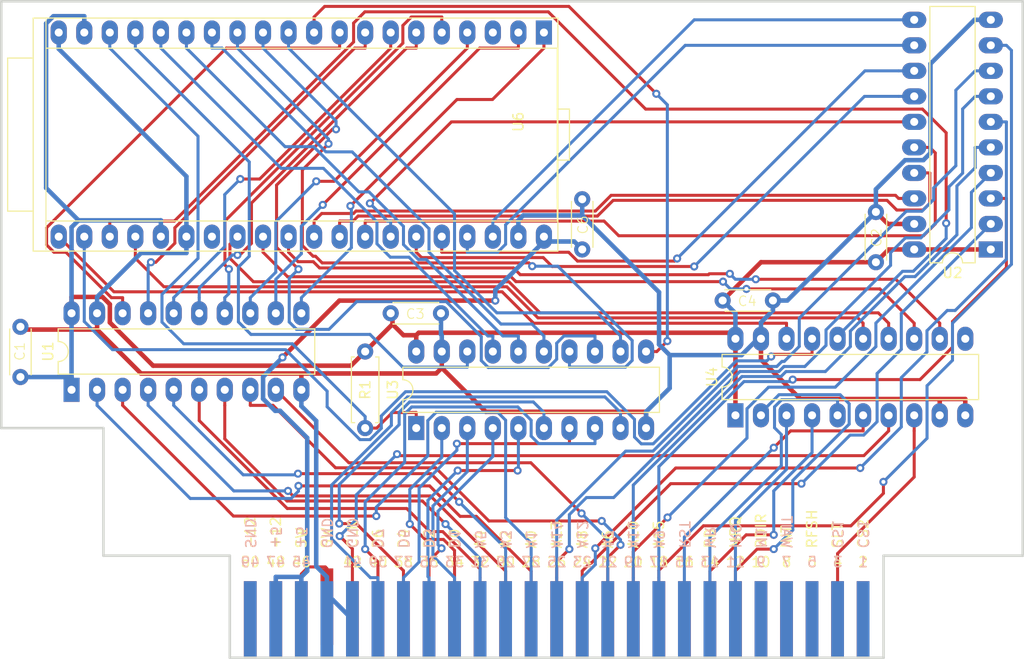
<source format=kicad_pcb>
(kicad_pcb (version 20211014) (generator pcbnew)
  (title_block (title "MSX-IDE 2021") (date "2021-08-05") (company "MSXmakers"))
  (layers (0 "F.Cu" signal "Top") (31 "B.Cu" signal "Bottom") (34 "B.Paste" user) (35 "F.Paste" user) (36 "B.SilkS" user "B.Silkscreen") (37 "F.SilkS" user "F.Silkscreen") (38 "B.Mask" user) (39 "F.Mask" user) (44 "Edge.Cuts" user))
  (net 0 "")
  (net 1 "+3.3V")
  (net 2 "GND")
  (net 3 "+5V")
  (net 4 "Net-(CON1-Pad44)")
  (net 7 "A0")
  (net 11 "MERQ")
  (net 12 "IORQ")
  (net 13 "RD")
  (net 14 "WR")
  (net 15 "RESET")
  (net 16 "CLOCK")
  (net 17 "D0")
  (net 18 "D1")
  (net 19 "D2")
  (net 20 "D3")
  (net 21 "D4")
  (net 22 "D5")
  (net 23 "D6")
  (net 24 "D7")
  (net 25 "A1")
  (net 26 "A2")
  (net 27 "A3")
  (net 28 "A4")
  (net 29 "A5")
  (net 30 "A6")
  (net 31 "A7")
  (net 32 "A9")
  (net 33 "A15")
  (net 34 "A11")
  (net 35 "A10")
  (net 36 "A12")
  (net 37 "A8")
  (net 38 "A14")
  (net 39 "A13")
  (net 40 "DATADIR_33")
  (net 41 "M1")
  (net 42 "RFSH")
  (net 43 "CS1")
  (net 44 "CS2")
  (net 45 "CS12")
  (net 46 "SLTSL")
  (net 47 "WAIT")
  (net 48 "INT")
  (net 49 "BUSDIR")
  (net 50 "A7_33")
  (net 51 "A6_33")
  (net 52 "A5_33")
  (net 53 "A4_33")
  (net 54 "A3_33")
  (net 55 "A2_33")
  (net 56 "A1_33")
  (net 57 "A0_33")
  (net 58 "A15_33")
  (net 59 "A14_33")
  (net 60 "A13_33")
  (net 61 "A12_33")
  (net 62 "A11_33")
  (net 63 "A10_33")
  (net 64 "A9_33")
  (net 65 "A8_33")
  (net 66 "SLTSL_33")
  (net 67 "CLOCK_33")
  (net 68 "RESET_33")
  (net 69 "WR_33")
  (net 70 "RD_33")
  (net 71 "IORQ_33")
  (net 72 "MERQ_33")
  (net 74 "D7_33")
  (net 75 "D6_33")
  (net 76 "D5_33")
  (net 77 "D4_33")
  (net 78 "D3_33")
  (net 79 "D2_33")
  (net 80 "D1_33")
  (net 81 "D0_33")
  (footprint "Mis_huellas:C_Disc_D4.3mm_W1.9mm_P5.00mm" (layer "F.Cu") (at 114.3 102.87 90)
    (fp_text reference "C6")
    (fp_text value "100n" hide)
  )
  (footprint "Mis_huellas:C_Disc_D4.3mm_W1.9mm_P5.00mm" (layer "F.Cu") (at 95.25 109.22)
    (fp_text reference "C3")
    (fp_text value "100n" hide)
  )
  (footprint "Mis_huellas:C_Disc_D4.3mm_W1.9mm_P5.00mm" (layer "F.Cu") (at 58.42 115.57 90)
    (fp_text reference "C1")
    (fp_text value "100n" hide)
  )
  (footprint "Package_DIP:DIP-20_W7.62mm_LongPads" (layer "F.Cu") (at 63.505 116.84 90)
    (fp_text reference "U1")
    (fp_text value "SN74LVC245AN")
  )
  (footprint "Mis_huellas:CARTRIDGE_MSX" (layer "F.Cu") (at 111.76 139.065)
    (fp_text reference "CON1" hide)
    (fp_text value "MSX-CONNECTOR" hide)
    (fp_line (start -45.085 -5.715) (end -45.085 -18.415) (layer "Edge.Cuts") (width 0.254))
    (fp_line (start 32.512 4.445) (end -32.512 4.445) (layer "Edge.Cuts") (width 0.254))
    (fp_line (start -32.512 4.445) (end -32.512 -5.715) (layer "Edge.Cuts") (width 0.254))
    (fp_line (start 32.512 -5.715) (end 32.512 4.445) (layer "Edge.Cuts") (width 0.254))
    (fp_line (start -55.245 -18.415) (end -55.245 -60.9) (layer "Edge.Cuts") (width 0.254))
    (fp_line (start 46.355 -5.715) (end 32.512 -5.715) (layer "Edge.Cuts") (width 0.254))
    (fp_line (start 46.355 -60.9) (end 46.355 -5.715) (layer "Edge.Cuts") (width 0.254))
    (fp_line (start -45.085 -18.415) (end -55.245 -18.415) (layer "Edge.Cuts") (width 0.254))
    (fp_line (start -32.512 -5.715) (end -45.085 -5.715) (layer "Edge.Cuts") (width 0.254))
    (fp_line (start -55.24 -60.9) (end 46.35 -60.9) (layer "Edge.Cuts") (width 0.254))
  )
  (footprint "Mis_huellas:Tang_Nano_20k" (layer "F.Cu") (at 110.49 81.275 -90)
    (fp_text reference "U6")
    (fp_text value "Tang_Nano_20k")
  )
  (footprint "Package_DIP:DIP-20_W7.62mm_LongPads" (layer "F.Cu") (at 129.54 119.38 90)
    (fp_text reference "U4")
    (fp_text value "SN74LVC245AN")
  )
  (footprint "Mis_huellas:C_Disc_D4.3mm_W1.9mm_P5.00mm" (layer "F.Cu") (at 143.51 104.14 90)
    (fp_text reference "C2")
    (fp_text value "100n" hide)
  )
  (footprint "Resistor_THT:R_Axial_DIN0207_L6.3mm_D2.5mm_P7.62mm_Horizontal" (layer "F.Cu") (at 92.71 113.03 -90)
    (fp_text reference "R1")
    (fp_text value "10k")
  )
  (footprint "Mis_huellas:C_Disc_D4.3mm_W1.9mm_P5.00mm" (layer "F.Cu") (at 128.27 107.95)
    (fp_text reference "C4")
    (fp_text value "100n" hide)
  )
  (footprint "Package_DIP:DIP-20_W7.62mm_LongPads" (layer "F.Cu") (at 97.79 120.65 90)
    (fp_text reference "U3")
    (fp_text value "SN74LVC245AN")
  )
  (footprint "Package_DIP:DIP-20_W7.62mm_LongPads" (layer "F.Cu") (at 154.94 102.87 180)
    (fp_text reference "U2")
    (fp_text value "SN74LVC245AN")
  )
  (gr_text "1" (at 142.24 133.985) (layer "B.SilkS") (effects (font (size 1 1)) (justify mirror)))
  (gr_text "M1" (at 132.08 132.715 -90) (layer "B.SilkS") (effects (font (size 1 1)) (justify left mirror)))
  (gr_text "A5" (at 104.14 132.715 -90) (layer "B.SilkS") (effects (font (size 1 1)) (justify left mirror)))
  (gr_text "23" (at 114.3 133.985) (layer "B.SilkS") (effects (font (size 1 1)) (justify mirror)))
  (gr_text "D3" (at 99.06 132.715 -90) (layer "B.SilkS") (effects (font (size 1 1)) (justify left mirror)))
  (gr_text "+5" (at 83.82 132.715 -90) (layer "B.SilkS") (effects (font (size 1 1)) (justify left mirror)))
  (gr_text "9" (at 132.08 133.985) (layer "B.SilkS") (effects (font (size 1 1)) (justify mirror)))
  (gr_text "D5" (at 96.52 132.715 -90) (layer "B.SilkS") (effects (font (size 1 1)) (justify left mirror)))
  (gr_text "5" (at 137.16 133.985) (layer "B.SilkS") (effects (font (size 1 1)) (justify mirror)))
  (gr_text "SND" (at 81.28 132.715 -90) (layer "B.SilkS") (effects (font (size 1 1)) (justify left mirror)))
  (gr_text "A9" (at 121.92 132.715 -90) (layer "B.SilkS") (effects (font (size 1 1)) (justify left mirror)))
  (gr_text "RST" (at 124.46 132.715 -90) (layer "B.SilkS") (effects (font (size 1 1)) (justify left mirror)))
  (gr_text "CS12" (at 139.7 132.715 -90) (layer "B.SilkS") (effects (font (size 1 1)) (justify left mirror)))
  (gr_text "D1" (at 101.6 132.715 -90) (layer "B.SilkS") (effects (font (size 1 1)) (justify left mirror)))
  (gr_text "21" (at 116.84 133.985) (layer "B.SilkS") (effects (font (size 1 1)) (justify mirror)))
  (gr_text "41" (at 91.44 133.985) (layer "B.SilkS") (effects (font (size 1 1)) (justify mirror)))
  (gr_text "39" (at 93.98 133.985) (layer "B.SilkS") (effects (font (size 1 1)) (justify mirror)))
  (gr_text "WR" (at 127 132.715 -90) (layer "B.SilkS") (effects (font (size 1 1)) (justify left mirror)))
  (gr_text "3" (at 139.7 133.985) (layer "B.SilkS") (effects (font (size 1 1)) (justify mirror)))
  (gr_text "15" (at 124.46 133.985) (layer "B.SilkS") (effects (font (size 1 1)) (justify mirror)))
  (gr_text "25" (at 111.76 133.985) (layer "B.SilkS") (effects (font (size 1 1)) (justify mirror)))
  (gr_text "A3" (at 106.68 132.715 -90) (layer "B.SilkS") (effects (font (size 1 1)) (justify left mirror)))
  (gr_text "13" (at 127 133.985) (layer "B.SilkS") (effects (font (size 1 1)) (justify mirror)))
  (gr_text "GND" (at 88.9 132.715 -90) (layer "B.SilkS") (effects (font (size 1 1)) (justify left mirror)))
  (gr_text "CS1" (at 142.24 132.715 -90) (layer "B.SilkS") (effects (font (size 1 1)) (justify left mirror)))
  (gr_text "A7" (at 116.84 132.715 -90) (layer "B.SilkS") (effects (font (size 1 1)) (justify left mirror)))
  (gr_text "45" (at 86.36 133.985) (layer "B.SilkS") (effects (font (size 1 1)) (justify mirror)))
  (gr_text "7" (at 134.62 133.985) (layer "B.SilkS") (effects (font (size 1 1)) (justify mirror)))
  (gr_text "IRQ" (at 129.54 132.715 -90) (layer "B.SilkS") (effects (font (size 1 1)) (justify left mirror)))
  (gr_text "31" (at 104.14 133.985) (layer "B.SilkS") (effects (font (size 1 1)) (justify mirror)))
  (gr_text "A14" (at 111.76 132.715 -90) (layer "B.SilkS") (effects (font (size 1 1)) (justify left mirror)))
  (gr_text "A12" (at 114.3 132.715 -90) (layer "B.SilkS") (effects (font (size 1 1)) (justify left mirror)))
  (gr_text "A1" (at 109.22 132.715 -90) (layer "B.SilkS") (effects (font (size 1 1)) (justify left mirror)))
  (gr_text "GND" (at 91.44 132.715 -90) (layer "B.SilkS") (effects (font (size 1 1)) (justify left mirror)))
  (gr_text "33" (at 101.6 133.985) (layer "B.SilkS") (effects (font (size 1 1)) (justify mirror)))
  (gr_text "35" (at 99.06 133.985) (layer "B.SilkS") (effects (font (size 1 1)) (justify mirror)))
  (gr_text "37" (at 96.52 133.985) (layer "B.SilkS") (effects (font (size 1 1)) (justify mirror)))
  (gr_text "A11" (at 119.38 132.715 -90) (layer "B.SilkS") (effects (font (size 1 1)) (justify left mirror)))
  (gr_text "WAIT" (at 134.62 132.715 -90) (layer "B.SilkS") (effects (font (size 1 1)) (justify left mirror)))
  (gr_text "11" (at 129.54 133.985) (layer "B.SilkS") (effects (font (size 1 1)) (justify mirror)))
  (gr_text "47" (at 83.82 133.985) (layer "B.SilkS") (effects (font (size 1 1)) (justify mirror)))
  (gr_text "17" (at 121.92 133.985) (layer "B.SilkS") (effects (font (size 1 1)) (justify mirror)))
  (gr_text "19" (at 119.38 133.985) (layer "B.SilkS") (effects (font (size 1 1)) (justify mirror)))
  (gr_text "+5" (at 86.36 132.715 -90) (layer "B.SilkS") (effects (font (size 1 1)) (justify left mirror)))
  (gr_text "49" (at 81.28 133.985) (layer "B.SilkS") (effects (font (size 1 1)) (justify mirror)))
  (gr_text "27" (at 109.22 133.985) (layer "B.SilkS") (effects (font (size 1 1)) (justify mirror)))
  (gr_text "29" (at 106.68 133.985) (layer "B.SilkS") (effects (font (size 1 1)) (justify mirror)))
  (gr_text "D7" (at 93.98 132.715 -90) (layer "B.SilkS") (effects (font (size 1 1)) (justify left mirror)))
  (gr_text "20" (at 119.38 133.985) (layer "F.SilkS") (effects (font (size 1 1))))
  (gr_text "+12" (at 83.82 132.715 90) (layer "F.SilkS") (effects (font (size 1 1)) (justify left)))
  (gr_text "12" (at 129.54 133.985) (layer "F.SilkS") (effects (font (size 1 1))))
  (gr_text "14" (at 127 133.985) (layer "F.SilkS") (effects (font (size 1 1))))
  (gr_text "42" (at 91.44 133.985) (layer "F.SilkS") (effects (font (size 1 1))))
  (gr_text "SW" (at 86.36 132.715 90) (layer "F.SilkS") (effects (font (size 1 1)) (justify left)))
  (gr_text "22" (at 116.84 133.985) (layer "F.SilkS") (effects (font (size 1 1))))
  (gr_text "A8" (at 114.3 132.715 90) (layer "F.SilkS") (effects (font (size 1 1)) (justify left)))
  (gr_text "A15" (at 121.92 132.715 90) (layer "F.SilkS") (effects (font (size 1 1)) (justify left)))
  (gr_text "-12" (at 81.28 132.715 90) (layer "F.SilkS") (effects (font (size 1 1)) (justify left)))
  (gr_text "38" (at 96.52 133.985) (layer "F.SilkS") (effects (font (size 1 1))))
  (gr_text "CS2" (at 142.24 132.715 90) (layer "F.SilkS") (effects (font (size 1 1)) (justify left)))
  (gr_text "30" (at 106.68 133.985) (layer "F.SilkS") (effects (font (size 1 1))))
  (gr_text "D4" (at 96.52 132.715 90) (layer "F.SilkS") (effects (font (size 1 1)) (justify left)))
  (gr_text "CLK" (at 91.44 132.715 90) (layer "F.SilkS") (effects (font (size 1 1)) (justify left)))
  (gr_text "A10" (at 119.38 132.715 90) (layer "F.SilkS") (effects (font (size 1 1)) (justify left)))
  (gr_text "24" (at 114.3 133.985) (layer "F.SilkS") (effects (font (size 1 1))))
  (gr_text "48" (at 83.82 133.985) (layer "F.SilkS") (effects (font (size 1 1))))
  (gr_text "46" (at 86.36 133.985) (layer "F.SilkS") (effects (font (size 1 1))))
  (gr_text "8" (at 134.62 133.985) (layer "F.SilkS") (effects (font (size 1 1))))
  (gr_text "34" (at 101.6 133.985) (layer "F.SilkS") (effects (font (size 1 1))))
  (gr_text "BDIR" (at 132.08 132.715 90) (layer "F.SilkS") (effects (font (size 1 1)) (justify left)))
  (gr_text "28" (at 109.22 133.985) (layer "F.SilkS") (effects (font (size 1 1))))
  (gr_text "50" (at 81.28 133.985) (layer "F.SilkS") (effects (font (size 1 1))))
  (gr_text "36" (at 99.06 133.985) (layer "F.SilkS") (effects (font (size 1 1))))
  (gr_text "D2" (at 99.06 132.715 90) (layer "F.SilkS") (effects (font (size 1 1)) (justify left)))
  (gr_text "A13" (at 111.76 132.715 90) (layer "F.SilkS") (effects (font (size 1 1)) (justify left)))
  (gr_text "A0" (at 109.22 132.715 90) (layer "F.SilkS") (effects (font (size 1 1)) (justify left)))
  (gr_text "A6" (at 116.84 132.715 90) (layer "F.SilkS") (effects (font (size 1 1)) (justify left)))
  (gr_text "18" (at 121.92 133.985) (layer "F.SilkS") (effects (font (size 1 1))))
  (gr_text "2" (at 142.24 133.985) (layer "F.SilkS") (effects (font (size 1 1))))
  (gr_text "RD" (at 127 132.715 90) (layer "F.SilkS") (effects (font (size 1 1)) (justify left)))
  (gr_text "26" (at 111.76 133.985) (layer "F.SilkS") (effects (font (size 1 1))))
  (gr_text "4" (at 139.7 133.985) (layer "F.SilkS") (effects (font (size 1 1))))
  (gr_text "40" (at 93.98 133.985) (layer "F.SilkS") (effects (font (size 1 1))))
  (gr_text "INT" (at 134.62 132.715 90) (layer "F.SilkS") (effects (font (size 1 1)) (justify left)))
  (gr_text "32" (at 104.14 133.985) (layer "F.SilkS") (effects (font (size 1 1))))
  (gr_text "SW" (at 88.9 132.715 90) (layer "F.SilkS") (effects (font (size 1 1)) (justify left)))
  (gr_text "D6" (at 93.98 132.715 90) (layer "F.SilkS") (effects (font (size 1 1)) (justify left)))
  (gr_text "RFSH" (at 137.16 132.715 90) (layer "F.SilkS") (effects (font (size 1 1)) (justify left)))
  (gr_text "6" (at 137.16 133.985) (layer "F.SilkS") (effects (font (size 1 1))))
  (gr_text "A4" (at 104.14 132.715 90) (layer "F.SilkS") (effects (font (size 1 1)) (justify left)))
  (gr_text "A2" (at 106.68 132.715 90) (layer "F.SilkS") (effects (font (size 1 1)) (justify left)))
  (gr_text "16" (at 124.46 133.985) (layer "F.SilkS") (effects (font (size 1 1))))
  (gr_text "SLTSL" (at 139.7 132.715 90) (layer "F.SilkS") (effects (font (size 1 1)) (justify left)))
  (gr_text "10" (at 132.08 133.985) (layer "F.SilkS") (effects (font (size 1 1))))
  (gr_text "D0" (at 101.6 132.715 90) (layer "F.SilkS") (effects (font (size 1 1)) (justify left)))
  (gr_text "MRQ" (at 129.54 132.715 90) (layer "F.SilkS") (effects (font (size 1 1)) (justify left)))
  (segment (start 147.32 102.87) (end 154.94 102.87) (width 0.45) (layer "F.Cu") (net 1))
  (segment (start 143.51 104.14) (end 132.08 104.14) (width 0.45) (layer "F.Cu") (net 1))
  (segment (start 98.0341 111.1608) (end 97.79 111.4049) (width 0.45) (layer "F.Cu") (net 1))
  (segment (start 63.505 109.22) (end 63.505 107.5949) (width 0.45) (layer "F.Cu") (net 1))
  (segment (start 95.4276 110.3124) (end 95.4276 109.3976) (width 0.45) (layer "F.Cu") (net 1))
  (segment (start 96.5201 111.4049) (end 95.4276 110.3124) (width 0.45) (layer "F.Cu") (net 1))
  (segment (start 66.5795 107.5949) (end 67.315 108.3304) (width 0.45) (layer "F.Cu") (net 1))
  (segment (start 97.79 113.03) (end 97.79 111.4049) (width 0.45) (layer "F.Cu") (net 1))
  (segment (start 97.79 111.4049) (end 96.5201 111.4049) (width 0.45) (layer "F.Cu") (net 1))
  (segment (start 95.4276 109.3976) (end 95.25 109.22) (width 0.45) (layer "F.Cu") (net 1))
  (segment (start 132.08 104.14) (end 128.27 107.95) (width 0.45) (layer "F.Cu") (net 1))
  (segment (start 63.505 107.5949) (end 66.5795 107.5949) (width 0.45) (layer "F.Cu") (net 1))
  (segment (start 71.6172 114.4402) (end 91.2998 114.4402) (width 0.45) (layer "F.Cu") (net 1))
  (segment (start 144.78 102.87) (end 143.51 104.14) (width 0.45) (layer "F.Cu") (net 1))
  (segment (start 147.32 102.87) (end 144.78 102.87) (width 0.45) (layer "F.Cu") (net 1))
  (segment (start 67.315 108.3304) (end 67.315 110.138) (width 0.45) (layer "F.Cu") (net 1))
  (segment (start 91.2998 114.4402) (end 92.71 113.03) (width 0.45) (layer "F.Cu") (net 1))
  (segment (start 95.4276 110.3124) (end 92.71 113.03) (width 0.45) (layer "F.Cu") (net 1))
  (segment (start 67.315 110.138) (end 71.6172 114.4402) (width 0.45) (layer "F.Cu") (net 1))
  (segment (start 129.54 111.76) (end 129.54 119.38) (width 0.45) (layer "F.Cu") (net 1))
  (segment (start 129.54 111.76) (end 128.9408 111.1608) (width 0.45) (layer "F.Cu") (net 1))
  (segment (start 128.9408 111.1608) (end 98.0341 111.1608) (width 0.45) (layer "F.Cu") (net 1))
  (segment (start 64.1951 99.9699) (end 63.505 100.66) (width 0.45) (layer "B.Cu") (net 1))
  (segment (start 60.9744 80.375) (end 60.9744 96.7492) (width 0.45) (layer "B.Cu") (net 1))
  (segment (start 129.54 109.22) (end 129.54 111.76) (width 0.45) (layer "B.Cu") (net 1))
  (segment (start 61.6995 79.6499) (end 60.9744 80.375) (width 0.45) (layer "B.Cu") (net 1))
  (segment (start 63.505 115.57) (end 58.42 115.57) (width 0.45) (layer "B.Cu") (net 1))
  (segment (start 63.505 100.66) (end 63.505 109.22) (width 0.45) (layer "B.Cu") (net 1))
  (segment (start 72.39 101.595) (end 72.39 99.9699) (width 0.45) (layer "B.Cu") (net 1))
  (segment (start 64.77 81.275) (end 64.77 79.6499) (width 0.45) (layer "B.Cu") (net 1))
  (segment (start 63.505 109.22) (end 63.505 115.57) (width 0.45) (layer "B.Cu") (net 1))
  (segment (start 60.9744 96.7492) (end 64.1951 99.9699) (width 0.45) (layer "B.Cu") (net 1))
  (segment (start 72.39 99.9699) (end 64.1951 99.9699) (width 0.45) (layer "B.Cu") (net 1))
  (segment (start 63.505 115.57) (end 63.505 116.84) (width 0.45) (layer "B.Cu") (net 1))
  (segment (start 64.77 79.6499) (end 61.6995 79.6499) (width 0.45) (layer "B.Cu") (net 1))
  (segment (start 128.27 107.95) (end 129.54 109.22) (width 0.45) (layer "B.Cu") (net 1))
  (segment (start 120.65 119.0249) (end 104.6998 119.0249) (width 0.45) (layer "F.Cu") (net 2))
  (segment (start 132.08 113.3851) (end 132.08 113.8415) (width 0.45) (layer "F.Cu") (net 2))
  (segment (start 100.33 114.4925) (end 100.33 114.6551) (width 0.45) (layer "F.Cu") (net 2))
  (segment (start 149.86 119.38) (end 149.86 117.9174) (width 0.45) (layer "F.Cu") (net 2))
  (segment (start 100.33 114.6551) (end 99.7703 115.2148) (width 0.45) (layer "F.Cu") (net 2))
  (segment (start 132.08 113.8415) (end 135.9934 117.7549) (width 0.45) (layer "F.Cu") (net 2))
  (segment (start 86.365 116.84) (end 86.365 115.2149) (width 0.45) (layer "F.Cu") (net 2))
  (segment (start 147.32 100.33) (end 144.7 100.33) (width 0.45) (layer "F.Cu") (net 2))
  (segment (start 99.7703 115.2148) (end 86.365 115.2148) (width 0.45) (layer "F.Cu") (net 2))
  (segment (start 86.365 115.2148) (end 70.4147 115.2148) (width 0.45) (layer "F.Cu") (net 2))
  (segment (start 66.045 110.8451) (end 58.6951 110.8451) (width 0.45) (layer "F.Cu") (net 2))
  (segment (start 120.65 120.65) (end 120.65 119.0249) (width 0.45) (layer "F.Cu") (net 2))
  (segment (start 100.33 113.03) (end 100.33 114.4925) (width 0.45) (layer "F.Cu") (net 2))
  (segment (start 149.86 117.9174) (end 149.86 117.7549) (width 0.45) (layer "F.Cu") (net 2))
  (segment (start 86.365 115.2149) (end 86.365 115.2148) (width 0.45) (layer "F.Cu") (net 2))
  (segment (start 66.045 109.22) (end 66.045 110.8451) (width 0.45) (layer "F.Cu") (net 2))
  (segment (start 135.9934 117.7549) (end 149.86 117.7549) (width 0.45) (layer "F.Cu") (net 2))
  (segment (start 144.7 100.33) (end 143.51 99.14) (width 0.45) (layer "F.Cu") (net 2))
  (segment (start 58.6951 110.8451) (end 58.42 110.57) (width 0.45) (layer "F.Cu") (net 2))
  (segment (start 152.4 119.38) (end 152.4 117.7549) (width 0.45) (layer "F.Cu") (net 2))
  (segment (start 132.08 111.76) (end 132.08 113.3851) (width 0.45) (layer "F.Cu") (net 2))
  (segment (start 152.4 117.7549) (end 149.86 117.7549) (width 0.45) (layer "F.Cu") (net 2))
  (segment (start 104.6998 119.0249) (end 100.33 114.6551) (width 0.45) (layer "F.Cu") (net 2))
  (segment (start 70.4147 115.2148) (end 66.045 110.8451) (width 0.45) (layer "F.Cu") (net 2))
  (segment (start 130.148 113.3852) (end 132.08 111.4532) (width 0.45) (layer "B.Cu") (net 2))
  (segment (start 114.3 97.87) (end 114.3 99.4799) (width 0.45) (layer "B.Cu") (net 2))
  (segment (start 66.045 109.22) (end 66.045 107.5949) (width 0.45) (layer "B.Cu") (net 2))
  (segment (start 87.8399 134.4048) (end 88.9 135.4649) (width 0.45) (layer "B.Cu") (net 2))
  (segment (start 87.8399 119.94) (end 87.8399 134.4048) (width 0.45) (layer "B.Cu") (net 2))
  (segment (start 107.95 101.595) (end 107.95 99.9699) (width 0.45) (layer "B.Cu") (net 2))
  (segment (start 134.7 107.95) (end 143.51 99.14) (width 0.45) (layer "B.Cu") (net 2))
  (segment (start 154.94 80.01) (end 153.3149 80.01) (width 0.45) (layer "B.Cu") (net 2))
  (segment (start 74.93 103.2201) (end 70.4198 103.2201) (width 0.45) (layer "B.Cu") (net 2))
  (segment (start 100.33 113.03) (end 100.33 111.4049) (width 0.45) (layer "B.Cu") (net 2))
  (segment (start 74.93 95.6001) (end 74.93 101.595) (width 0.45) (layer "B.Cu") (net 2))
  (segment (start 74.93 101.595) (end 74.93 103.2201) (width 0.45) (layer "B.Cu") (net 2))
  (segment (start 143.51 99.14) (end 143.51 96.8801) (width 0.45) (layer "B.Cu") (net 2))
  (segment (start 70.4198 103.2201) (end 66.045 107.5949) (width 0.45) (layer "B.Cu") (net 2))
  (segment (start 114.3 99.4799) (end 108.44 99.4799) (width 0.45) (layer "B.Cu") (net 2))
  (segment (start 143.51 96.8801) (end 146.4101 93.98) (width 0.45) (layer "B.Cu") (net 2))
  (segment (start 100.25 111.3249) (end 100.25 109.22) (width 0.45) (layer "B.Cu") (net 2))
  (segment (start 122.9989 116.676) (end 122.9989 113.3852) (width 0.45) (layer "B.Cu") (net 2))
  (segment (start 120.65 119.0249) (end 122.9989 116.676) (width 0.45) (layer "B.Cu") (net 2))
  (segment (start 120.65 120.65) (end 120.65 119.0249) (width 0.45) (layer "B.Cu") (net 2))
  (segment (start 114.3 99.4799) (end 121.9413 107.1212) (width 0.45) (layer "B.Cu") (net 2))
  (segment (start 148.2271 93.98) (end 148.9452 93.2619) (width 0.45) (layer "B.Cu") (net 2))
  (segment (start 133.27 107.95) (end 134.7 107.95) (width 0.45) (layer "B.Cu") (net 2))
  (segment (start 62.23 81.275) (end 62.23 82.9001) (width 0.45) (layer "B.Cu") (net 2))
  (segment (start 121.9413 107.1212) (end 121.9413 112.3276) (width 0.45) (layer "B.Cu") (net 2))
  (segment (start 100.33 111.4049) (end 100.25 111.3249) (width 0.45) (layer "B.Cu") (net 2))
  (segment (start 86.365 116.84) (end 86.365 118.4651) (width 0.45) (layer "B.Cu") (net 2))
  (segment (start 122.9989 113.3852) (end 130.148 113.3852) (width 0.45) (layer "B.Cu") (net 2))
  (segment (start 89.4849 137.7449) (end 91.44 139.7) (width 0.45) (layer "B.Cu") (net 2))
  (segment (start 146.4101 93.98) (end 148.2271 93.98) (width 0.45) (layer "B.Cu") (net 2))
  (segment (start 148.9452 93.2619) (end 148.9452 84.3797) (width 0.45) (layer "B.Cu") (net 2))
  (segment (start 62.23 82.9001) (end 74.93 95.6001) (width 0.45) (layer "B.Cu") (net 2))
  (segment (start 132.08 111.4532) (end 132.08 110.1349) (width 0.45) (layer "B.Cu") (net 2))
  (segment (start 133.27 108.9449) (end 132.08 110.1349) (width 0.45) (layer "B.Cu") (net 2))
  (segment (start 148.9452 84.3797) (end 153.3149 80.01) (width 0.45) (layer "B.Cu") (net 2))
  (segment (start 88.9 137.7449) (end 89.4849 137.7449) (width 0.45) (layer "B.Cu") (net 2))
  (segment (start 88.9 139.7) (end 88.9 137.7449) (width 0.45) (layer "B.Cu") (net 2))
  (segment (start 133.27 107.95) (end 133.27 108.9449) (width 0.45) (layer "B.Cu") (net 2))
  (segment (start 88.9 137.7449) (end 88.9 135.4649) (width 0.45) (layer "B.Cu") (net 2))
  (segment (start 108.44 99.4799) (end 107.95 99.9699) (width 0.45) (layer "B.Cu") (net 2))
  (segment (start 121.9413 112.3276) (end 122.9989 113.3852) (width 0.45) (layer "B.Cu") (net 2))
  (segment (start 132.08 111.76) (end 132.08 111.4532) (width 0.45) (layer "B.Cu") (net 2))
  (segment (start 86.365 118.4651) (end 87.8399 119.94) (width 0.45) (layer "B.Cu") (net 2))
  (segment (start 84.4887 113.6151) (end 90.1411 107.9627) (width 0.45) (layer "F.Cu") (net 3))
  (segment (start 90.1411 107.9627) (end 105.6529 107.9627) (width 0.45) (layer "F.Cu") (net 3))
  (via (at 84.4887 113.6151) (size 0.8) (drill 0.4) (layers "F.Cu" "B.Cu") (net 3))
  (via (at 105.6529 107.9627) (size 0.8) (drill 0.4) (layers "F.Cu" "B.Cu") (net 3))
  (segment (start 110.49 101.595) (end 110.49 102.075) (width 0.45) (layer "B.Cu") (net 3))
  (segment (start 82.555 115.5488) (end 84.4887 113.6151) (width 0.45) (layer "B.Cu") (net 3))
  (segment (start 84.2483 118.9294) (end 83.7513 118.9294) (width 0.45) (layer "B.Cu") (net 3))
  (segment (start 105.6529 106.9121) (end 105.6529 107.9627) (width 0.45) (layer "B.Cu") (net 3))
  (segment (start 83.82 139.7) (end 83.82 135.4649) (width 0.45) (layer "B.Cu") (net 3))
  (segment (start 86.36 139.7) (end 86.36 135.4649) (width 0.45) (layer "B.Cu") (net 3))
  (segment (start 83.7513 118.9294) (end 82.555 117.7331) (width 0.45) (layer "B.Cu") (net 3))
  (segment (start 86.9449 121.626) (end 84.2483 118.9294) (width 0.45) (layer "B.Cu") (net 3))
  (segment (start 110.49 102.075) (end 105.6529 106.9121) (width 0.45) (layer "B.Cu") (net 3))
  (segment (start 110.49 102.075) (end 113.505 102.075) (width 0.45) (layer "B.Cu") (net 3))
  (segment (start 86.9449 134.88) (end 86.9449 121.626) (width 0.45) (layer "B.Cu") (net 3))
  (segment (start 82.555 117.7331) (end 82.555 115.5488) (width 0.45) (layer "B.Cu") (net 3))
  (segment (start 113.505 102.075) (end 114.3 102.87) (width 0.45) (layer "B.Cu") (net 3))
  (segment (start 86.36 135.4649) (end 86.9449 134.88) (width 0.45) (layer "B.Cu") (net 3))
  (segment (start 83.82 135.4649) (end 86.36 135.4649) (width 0.45) (layer "B.Cu") (net 3))
  (segment (start 87.0599 134.47) (end 88.75 134.47) (width 0.3) (layer "F.Cu") (net 4))
  (segment (start 88.75 134.47) (end 88.9 134.62) (width 0.3) (layer "F.Cu") (net 4))
  (segment (start 86.36 135.17) (end 87.0599 134.47) (width 0.3) (layer "F.Cu") (net 4))
  (segment (start 88.9 134.62) (end 88.9 138.43) (width 0.3) (layer "F.Cu") (net 4))
  (segment (start 86.36 139.7) (end 86.36 135.17) (width 0.3) (layer "F.Cu") (net 4))
  (segment (start 86.0741 126.4049) (end 99.12 126.4049) (width 0.3) (layer "F.Cu") (net 7))
  (segment (start 109.22 134.8869) (end 109.22 139.7) (width 0.3) (layer "F.Cu") (net 7))
  (segment (start 99.12 126.4049) (end 102.1551 129.44) (width 0.3) (layer "F.Cu") (net 7))
  (segment (start 102.1551 129.44) (end 103.7731 129.44) (width 0.3) (layer "F.Cu") (net 7))
  (segment (start 103.7731 129.44) (end 109.22 134.8869) (width 0.3) (layer "F.Cu") (net 7))
  (via (at 86.0741 126.4049) (size 0.8) (drill 0.4) (layers "F.Cu" "B.Cu") (net 7))
  (segment (start 75.3115 127.6566) (end 85.3456 127.6566) (width 0.3) (layer "B.Cu") (net 7))
  (segment (start 66.045 118.3901) (end 75.3115 127.6566) (width 0.3) (layer "B.Cu") (net 7))
  (segment (start 85.3456 127.6566) (end 86.0741 126.9281) (width 0.3) (layer "B.Cu") (net 7))
  (segment (start 86.0741 126.9281) (end 86.0741 126.4049) (width 0.3) (layer "B.Cu") (net 7))
  (segment (start 66.045 116.84) (end 66.045 118.3901) (width 0.3) (layer "B.Cu") (net 7))
  (segment (start 131.6953 132.6966) (end 129.54 134.8519) (width 0.3) (layer "F.Cu") (net 11))
  (segment (start 129.54 134.8519) (end 129.54 139.7) (width 0.3) (layer "F.Cu") (net 11))
  (segment (start 133.35 132.6966) (end 131.6953 132.6966) (width 0.3) (layer "F.Cu") (net 11))
  (via (at 133.35 132.6966) (size 0.8) (drill 0.4) (layers "F.Cu" "B.Cu") (net 11))
  (segment (start 135.2459 125.8636) (end 135.2459 130.8007) (width 0.3) (layer "B.Cu") (net 11))
  (segment (start 140.853 118.2286) (end 140.853 120.2565) (width 0.3) (layer "B.Cu") (net 11))
  (segment (start 139.9541 117.3297) (end 140.853 118.2286) (width 0.3) (layer "B.Cu") (net 11))
  (segment (start 135.2459 130.8007) (end 133.35 132.6966) (width 0.3) (layer "B.Cu") (net 11))
  (segment (start 133.8714 117.3297) (end 139.9541 117.3297) (width 0.3) (layer "B.Cu") (net 11))
  (segment (start 140.853 120.2565) (end 135.2459 125.8636) (width 0.3) (layer "B.Cu") (net 11))
  (segment (start 132.08 119.38) (end 132.08 119.1211) (width 0.3) (layer "B.Cu") (net 11))
  (segment (start 132.08 119.1211) (end 133.8714 117.3297) (width 0.3) (layer "B.Cu") (net 11))
  (segment (start 134.62 120.9301) (end 134.62 124.7565) (width 0.3) (layer "B.Cu") (net 12))
  (segment (start 134.62 119.38) (end 134.62 120.9301) (width 0.3) (layer "B.Cu") (net 12))
  (segment (start 129.54 129.8365) (end 129.54 139.7) (width 0.3) (layer "B.Cu") (net 12))
  (segment (start 134.62 124.7565) (end 129.54 129.8365) (width 0.3) (layer "B.Cu") (net 12))
  (segment (start 133.35 131.2792) (end 130.6065 131.2792) (width 0.3) (layer "F.Cu") (net 13))
  (segment (start 130.6065 131.2792) (end 127 134.8857) (width 0.3) (layer "F.Cu") (net 13))
  (segment (start 127 134.8857) (end 127 139.7) (width 0.3) (layer "F.Cu") (net 13))
  (via (at 133.35 131.2792) (size 0.8) (drill 0.4) (layers "F.Cu" "B.Cu") (net 13))
  (segment (start 137.16 123.0953) (end 137.16 120.9301) (width 0.3) (layer "B.Cu") (net 13))
  (segment (start 133.35 126.9053) (end 137.16 123.0953) (width 0.3) (layer "B.Cu") (net 13))
  (segment (start 133.35 131.2792) (end 133.35 126.9053) (width 0.3) (layer "B.Cu") (net 13))
  (segment (start 137.16 119.38) (end 137.16 120.9301) (width 0.3) (layer "B.Cu") (net 13))
  (segment (start 127 131.4978) (end 127 139.7) (width 0.3) (layer "B.Cu") (net 14))
  (segment (start 133.4284 118.5371) (end 133.4284 120.6173) (width 0.3) (layer "B.Cu") (net 14))
  (segment (start 134.1356 117.8299) (end 133.4284 118.5371) (width 0.3) (layer "B.Cu") (net 14))
  (segment (start 139.7 119.38) (end 139.7 117.8299) (width 0.3) (layer "B.Cu") (net 14))
  (segment (start 133.4284 120.6173) (end 134.1027 121.2916) (width 0.3) (layer "B.Cu") (net 14))
  (segment (start 139.7 117.8299) (end 134.1356 117.8299) (width 0.3) (layer "B.Cu") (net 14))
  (segment (start 134.1027 124.3951) (end 127 131.4978) (width 0.3) (layer "B.Cu") (net 14))
  (segment (start 134.1027 121.2916) (end 134.1027 124.3951) (width 0.3) (layer "B.Cu") (net 14))
  (segment (start 142.24 119.38) (end 142.24 120.9301) (width 0.3) (layer "F.Cu") (net 15))
  (segment (start 135.0251 120.9301) (end 133.3524 122.6028) (width 0.3) (layer "F.Cu") (net 15))
  (segment (start 142.24 120.9301) (end 135.0251 120.9301) (width 0.3) (layer "F.Cu") (net 15))
  (via (at 133.3524 122.6028) (size 0.8) (drill 0.4) (layers "F.Cu" "B.Cu") (net 15))
  (segment (start 124.46 131.4952) (end 124.46 139.7) (width 0.3) (layer "B.Cu") (net 15))
  (segment (start 133.3524 122.6028) (end 124.46 131.4952) (width 0.3) (layer "B.Cu") (net 15))
  (segment (start 142.3116 123.3985) (end 96.0331 123.3985) (width 0.3) (layer "F.Cu") (net 16))
  (segment (start 144.78 119.38) (end 144.78 120.9301) (width 0.3) (layer "F.Cu") (net 16))
  (segment (start 96.0331 123.3985) (end 95.8801 123.2455) (width 0.3) (layer "F.Cu") (net 16))
  (segment (start 91.44 132.6637) (end 91.44 139.7) (width 0.3) (layer "F.Cu") (net 16))
  (segment (start 90.1773 131.401) (end 91.44 132.6637) (width 0.3) (layer "F.Cu") (net 16))
  (segment (start 144.78 120.9301) (end 142.3116 123.3985) (width 0.3) (layer "F.Cu") (net 16))
  (via (at 90.1773 131.401) (size 0.8) (drill 0.4) (layers "F.Cu" "B.Cu") (net 16))
  (via (at 95.8801 123.2455) (size 0.8) (drill 0.4) (layers "F.Cu" "B.Cu") (net 16))
  (segment (start 91.8232 127.3024) (end 95.8801 123.2455) (width 0.3) (layer "B.Cu") (net 16))
  (segment (start 91.8232 129.7551) (end 91.8232 127.3024) (width 0.3) (layer "B.Cu") (net 16))
  (segment (start 90.1773 131.401) (end 91.8232 129.7551) (width 0.3) (layer "B.Cu") (net 16))
  (segment (start 101.6 132.8374) (end 100.4995 131.7369) (width 0.3) (layer "F.Cu") (net 17))
  (segment (start 100.4995 131.7369) (end 98.6837 131.7369) (width 0.3) (layer "F.Cu") (net 17))
  (segment (start 98.6837 131.7369) (end 97.1502 130.2034) (width 0.3) (layer "F.Cu") (net 17))
  (segment (start 101.6 139.7) (end 101.6 132.8374) (width 0.3) (layer "F.Cu") (net 17))
  (via (at 97.1502 130.2034) (size 0.8) (drill 0.4) (layers "F.Cu" "B.Cu") (net 17))
  (segment (start 97.1502 130.2034) (end 97.1502 126.7437) (width 0.3) (layer "B.Cu") (net 17))
  (segment (start 100.33 123.5639) (end 100.33 120.65) (width 0.3) (layer "B.Cu") (net 17))
  (segment (start 97.1502 126.7437) (end 100.33 123.5639) (width 0.3) (layer "B.Cu") (net 17))
  (segment (start 101.6 139.7) (end 101.6 135.5399) (width 0.3) (layer "B.Cu") (net 18))
  (segment (start 102.87 124.9892) (end 99.451 128.4082) (width 0.3) (layer "B.Cu") (net 18))
  (segment (start 99.451 128.4082) (end 99.451 133.3909) (width 0.3) (layer "B.Cu") (net 18))
  (segment (start 102.87 120.65) (end 102.87 124.9892) (width 0.3) (layer "B.Cu") (net 18))
  (segment (start 99.451 133.3909) (end 101.6 135.5399) (width 0.3) (layer "B.Cu") (net 18))
  (segment (start 100.3084 132.6193) (end 99.06 133.8677) (width 0.3) (layer "F.Cu") (net 19))
  (segment (start 99.06 133.8677) (end 99.06 139.7) (width 0.3) (layer "F.Cu") (net 19))
  (via (at 100.3084 132.6193) (size 0.8) (drill 0.4) (layers "F.Cu" "B.Cu") (net 19))
  (segment (start 105.41 120.65) (end 105.41 123.4727) (width 0.3) (layer "B.Cu") (net 19))
  (segment (start 99.9511 132.262) (end 100.3084 132.6193) (width 0.3) (layer "B.Cu") (net 19))
  (segment (start 105.41 123.4727) (end 99.9511 128.9316) (width 0.3) (layer "B.Cu") (net 19))
  (segment (start 99.9511 128.9316) (end 99.9511 132.262) (width 0.3) (layer "B.Cu") (net 19))
  (segment (start 107.8714 124.8766) (end 101.9148 124.8766) (width 0.3) (layer "F.Cu") (net 20))
  (via (at 107.8714 124.8766) (size 0.8) (drill 0.4) (layers "F.Cu" "B.Cu") (net 20))
  (via (at 101.9148 124.8766) (size 0.8) (drill 0.4) (layers "F.Cu" "B.Cu") (net 20))
  (segment (start 98.9509 135.4308) (end 99.06 135.5399) (width 0.3) (layer "B.Cu") (net 20))
  (segment (start 98.9509 127.8405) (end 98.9509 135.4308) (width 0.3) (layer "B.Cu") (net 20))
  (segment (start 107.95 120.65) (end 107.95 124.798) (width 0.3) (layer "B.Cu") (net 20))
  (segment (start 107.95 124.798) (end 107.8714 124.8766) (width 0.3) (layer "B.Cu") (net 20))
  (segment (start 101.9148 124.8766) (end 98.9509 127.8405) (width 0.3) (layer "B.Cu") (net 20))
  (segment (start 99.06 139.7) (end 99.06 135.5399) (width 0.3) (layer "B.Cu") (net 20))
  (segment (start 91.832 130.1585) (end 96.52 134.8465) (width 0.3) (layer "F.Cu") (net 21))
  (segment (start 96.52 134.8465) (end 96.52 139.7) (width 0.3) (layer "F.Cu") (net 21))
  (segment (start 90.1318 130.1585) (end 91.832 130.1585) (width 0.3) (layer "F.Cu") (net 21))
  (via (at 90.1318 130.1585) (size 0.8) (drill 0.4) (layers "F.Cu" "B.Cu") (net 21))
  (segment (start 96.089 119.0874) (end 96.089 120.3122) (width 0.3) (layer "B.Cu") (net 21))
  (segment (start 96.089 120.3122) (end 90.1318 126.2694) (width 0.3) (layer "B.Cu") (net 21))
  (segment (start 109.4394 118.0493) (end 97.1271 118.0493) (width 0.3) (layer "B.Cu") (net 21))
  (segment (start 90.1318 126.2694) (end 90.1318 130.1585) (width 0.3) (layer "B.Cu") (net 21))
  (segment (start 110.49 119.0999) (end 109.4394 118.0493) (width 0.3) (layer "B.Cu") (net 21))
  (segment (start 97.1271 118.0493) (end 96.089 119.0874) (width 0.3) (layer "B.Cu") (net 21))
  (segment (start 110.49 120.65) (end 110.49 119.0999) (width 0.3) (layer "B.Cu") (net 21))
  (segment (start 113.03 120.65) (end 113.03 122.2001) (width 0.3) (layer "F.Cu") (net 22))
  (segment (start 113.03 122.2001) (end 101.832 122.2001) (width 0.3) (layer "F.Cu") (net 22))
  (via (at 101.832 122.2001) (size 0.8) (drill 0.4) (layers "F.Cu" "B.Cu") (net 22))
  (segment (start 98.0748 133.9851) (end 98.0748 126.6119) (width 0.3) (layer "B.Cu") (net 22))
  (segment (start 98.0748 126.6119) (end 101.832 122.8547) (width 0.3) (layer "B.Cu") (net 22))
  (segment (start 101.832 122.8547) (end 101.832 122.2001) (width 0.3) (layer "B.Cu") (net 22))
  (segment (start 96.52 135.5399) (end 98.0748 133.9851) (width 0.3) (layer "B.Cu") (net 22))
  (segment (start 96.52 139.7) (end 96.52 135.5399) (width 0.3) (layer "B.Cu") (net 22))
  (segment (start 92.71 132.6966) (end 93.98 133.9666) (width 0.3) (layer "F.Cu") (net 23))
  (segment (start 93.98 133.9666) (end 93.98 139.7) (width 0.3) (layer "F.Cu") (net 23))
  (via (at 92.71 132.6966) (size 0.8) (drill 0.4) (layers "F.Cu" "B.Cu") (net 23))
  (segment (start 97.3343 118.5495) (end 96.6399 119.2439) (width 0.3) (layer "B.Cu") (net 23))
  (segment (start 109.9674 122.2001) (end 109.22 121.4527) (width 0.3) (layer "B.Cu") (net 23))
  (segment (start 92.71 127.9868) (end 92.71 132.6966) (width 0.3) (layer "B.Cu") (net 23))
  (segment (start 96.6399 124.0569) (end 92.71 127.9868) (width 0.3) (layer "B.Cu") (net 23))
  (segment (start 115.57 122.2001) (end 109.9674 122.2001) (width 0.3) (layer "B.Cu") (net 23))
  (segment (start 96.6399 119.2439) (end 96.6399 124.0569) (width 0.3) (layer "B.Cu") (net 23))
  (segment (start 107.8984 118.5495) (end 97.3343 118.5495) (width 0.3) (layer "B.Cu") (net 23))
  (segment (start 109.22 119.8711) (end 107.8984 118.5495) (width 0.3) (layer "B.Cu") (net 23))
  (segment (start 115.57 120.65) (end 115.57 122.2001) (width 0.3) (layer "B.Cu") (net 23))
  (segment (start 109.22 121.4527) (end 109.22 119.8711) (width 0.3) (layer "B.Cu") (net 23))
  (segment (start 118.11 119.0999) (end 116.5592 117.5491) (width 0.3) (layer "B.Cu") (net 24))
  (segment (start 89.3707 126.3231) (end 89.3707 131.6789) (width 0.3) (layer "B.Cu") (net 24))
  (segment (start 93.98 139.7) (end 93.98 135.5399) (width 0.3) (layer "B.Cu") (net 24))
  (segment (start 89.3707 131.6789) (end 93.2317 135.5399) (width 0.3) (layer "B.Cu") (net 24))
  (segment (start 96.9199 117.5491) (end 95.3163 119.1527) (width 0.3) (layer "B.Cu") (net 24))
  (segment (start 116.5592 117.5491) (end 96.9199 117.5491) (width 0.3) (layer "B.Cu") (net 24))
  (segment (start 95.3163 120.3775) (end 89.3707 126.3231) (width 0.3) (layer "B.Cu") (net 24))
  (segment (start 118.11 120.65) (end 118.11 119.0999) (width 0.3) (layer "B.Cu") (net 24))
  (segment (start 93.2317 135.5399) (end 93.98 135.5399) (width 0.3) (layer "B.Cu") (net 24))
  (segment (start 95.3163 119.1527) (end 95.3163 120.3775) (width 0.3) (layer "B.Cu") (net 24))
  (segment (start 68.585 118.3901) (end 79.6033 129.4084) (width 0.3) (layer "F.Cu") (net 25))
  (segment (start 68.585 116.84) (end 68.585 118.3901) (width 0.3) (layer "F.Cu") (net 25))
  (segment (start 79.6033 129.4084) (end 93.8155 129.4084) (width 0.3) (layer "F.Cu") (net 25))
  (via (at 93.8155 129.4084) (size 0.8) (drill 0.4) (layers "F.Cu" "B.Cu") (net 25))
  (segment (start 109.22 139.7) (end 109.22 132.1069) (width 0.3) (layer "B.Cu") (net 25))
  (segment (start 98.9402 123.4001) (end 93.8155 128.5248) (width 0.3) (layer "B.Cu") (net 25))
  (segment (start 105.8937 119.0776) (end 99.7687 119.0776) (width 0.3) (layer "B.Cu") (net 25))
  (segment (start 106.68 129.5669) (end 106.68 119.8639) (width 0.3) (layer "B.Cu") (net 25))
  (segment (start 98.9402 119.9061) (end 98.9402 123.4001) (width 0.3) (layer "B.Cu") (net 25))
  (segment (start 93.8155 128.5248) (end 93.8155 129.4084) (width 0.3) (layer "B.Cu") (net 25))
  (segment (start 109.22 132.1069) (end 106.68 129.5669) (width 0.3) (layer "B.Cu") (net 25))
  (segment (start 99.7687 119.0776) (end 98.9402 119.9061) (width 0.3) (layer "B.Cu") (net 25))
  (segment (start 106.68 119.8639) (end 105.8937 119.0776) (width 0.3) (layer "B.Cu") (net 25))
  (segment (start 85.0359 126.905) (end 85.536 127.4051) (width 0.3) (layer "F.Cu") (net 26))
  (segment (start 99.203 127.4051) (end 106.68 134.8821) (width 0.3) (layer "F.Cu") (net 26))
  (segment (start 85.536 127.4051) (end 99.203 127.4051) (width 0.3) (layer "F.Cu") (net 26))
  (segment (start 106.68 134.8821) (end 106.68 139.7) (width 0.3) (layer "F.Cu") (net 26))
  (via (at 85.0359 126.905) (size 0.8) (drill 0.4) (layers "F.Cu" "B.Cu") (net 26))
  (segment (start 71.125 118.3901) (end 79.6399 126.905) (width 0.3) (layer "B.Cu") (net 26))
  (segment (start 79.6399 126.905) (end 85.0359 126.905) (width 0.3) (layer "B.Cu") (net 26))
  (segment (start 71.125 116.84) (end 71.125 118.3901) (width 0.3) (layer "B.Cu") (net 26))
  (segment (start 99.2488 125.1884) (end 102.0564 127.996) (width 0.3) (layer "F.Cu") (net 27))
  (segment (start 86.0264 125.1884) (end 99.2488 125.1884) (width 0.3) (layer "F.Cu") (net 27))
  (via (at 102.0564 127.996) (size 0.8) (drill 0.4) (layers "F.Cu" "B.Cu") (net 27))
  (via (at 86.0264 125.1884) (size 0.8) (drill 0.4) (layers "F.Cu" "B.Cu") (net 27))
  (segment (start 106.68 132.6196) (end 102.0564 127.996) (width 0.3) (layer "B.Cu") (net 27))
  (segment (start 73.665 118.3901) (end 80.5799 125.305) (width 0.3) (layer "B.Cu") (net 27))
  (segment (start 80.5799 125.305) (end 85.9098 125.305) (width 0.3) (layer "B.Cu") (net 27))
  (segment (start 73.665 116.84) (end 73.665 118.3901) (width 0.3) (layer "B.Cu") (net 27))
  (segment (start 85.9098 125.305) (end 86.0264 125.1884) (width 0.3) (layer "B.Cu") (net 27))
  (segment (start 106.68 139.7) (end 106.68 132.6196) (width 0.3) (layer "B.Cu") (net 27))
  (segment (start 96.8407 128.6555) (end 84.9563 128.6555) (width 0.3) (layer "F.Cu") (net 28))
  (segment (start 99.1403 130.9551) (end 96.8407 128.6555) (width 0.3) (layer "F.Cu") (net 28))
  (segment (start 104.14 139.7) (end 104.14 135.5399) (width 0.3) (layer "F.Cu") (net 28))
  (segment (start 100.426 130.9551) (end 99.1403 130.9551) (width 0.3) (layer "F.Cu") (net 28))
  (segment (start 76.205 119.9042) (end 76.205 116.84) (width 0.3) (layer "F.Cu") (net 28))
  (segment (start 104.14 135.5399) (end 104.14 134.6691) (width 0.3) (layer "F.Cu") (net 28))
  (segment (start 104.14 134.6691) (end 100.426 130.9551) (width 0.3) (layer "F.Cu") (net 28))
  (segment (start 84.9563 128.6555) (end 76.205 119.9042) (width 0.3) (layer "F.Cu") (net 28))
  (segment (start 98.4014 127.9052) (end 100.7012 130.205) (width 0.3) (layer "F.Cu") (net 29))
  (segment (start 78.745 116.84) (end 78.745 118.3901) (width 0.3) (layer "F.Cu") (net 29))
  (segment (start 78.745 118.3901) (end 78.745 121.7193) (width 0.3) (layer "F.Cu") (net 29))
  (segment (start 84.9309 127.9052) (end 98.4014 127.9052) (width 0.3) (layer "F.Cu") (net 29))
  (segment (start 78.745 121.7193) (end 84.9309 127.9052) (width 0.3) (layer "F.Cu") (net 29))
  (via (at 100.7012 130.205) (size 0.8) (drill 0.4) (layers "F.Cu" "B.Cu") (net 29))
  (segment (start 104.14 139.7) (end 104.14 135.5399) (width 0.3) (layer "B.Cu") (net 29))
  (segment (start 104.14 133.6438) (end 100.7012 130.205) (width 0.3) (layer "B.Cu") (net 29))
  (segment (start 104.14 135.5399) (end 104.14 133.6438) (width 0.3) (layer "B.Cu") (net 29))
  (segment (start 105.0179 129.8967) (end 99.7262 124.605) (width 0.3) (layer "F.Cu") (net 30))
  (segment (start 89.7603 124.605) (end 83.5454 118.3901) (width 0.3) (layer "F.Cu") (net 30))
  (segment (start 99.7262 124.605) (end 89.7603 124.605) (width 0.3) (layer "F.Cu") (net 30))
  (segment (start 81.285 116.84) (end 81.285 118.3901) (width 0.3) (layer "F.Cu") (net 30))
  (segment (start 116.2407 129.8967) (end 105.0179 129.8967) (width 0.3) (layer "F.Cu") (net 30))
  (segment (start 83.5454 118.3901) (end 81.285 118.3901) (width 0.3) (layer "F.Cu") (net 30))
  (segment (start 118.11 132.2745) (end 116.84 133.5445) (width 0.3) (layer "F.Cu") (net 30))
  (segment (start 116.84 133.5445) (end 116.84 139.7) (width 0.3) (layer "F.Cu") (net 30))
  (via (at 118.11 132.2745) (size 0.8) (drill 0.4) (layers "F.Cu" "B.Cu") (net 30))
  (via (at 116.2407 129.8967) (size 0.8) (drill 0.4) (layers "F.Cu" "B.Cu") (net 30))
  (segment (start 118.11 131.766) (end 116.2407 129.8967) (width 0.3) (layer "B.Cu") (net 30))
  (segment (start 118.11 132.2745) (end 118.11 131.766) (width 0.3) (layer "B.Cu") (net 30))
  (segment (start 114.2363 129.1465) (end 109.1946 124.1048) (width 0.3) (layer "F.Cu") (net 31))
  (segment (start 91.0898 124.1048) (end 83.825 116.84) (width 0.3) (layer "F.Cu") (net 31))
  (segment (start 109.1946 124.1048) (end 91.0898 124.1048) (width 0.3) (layer "F.Cu") (net 31))
  (via (at 114.2363 129.1465) (size 0.8) (drill 0.4) (layers "F.Cu" "B.Cu") (net 31))
  (segment (start 116.84 131.7502) (end 114.2363 129.1465) (width 0.3) (layer "B.Cu") (net 31))
  (segment (start 116.84 139.7) (end 116.84 131.7502) (width 0.3) (layer "B.Cu") (net 31))
  (segment (start 151.13 110.0344) (end 151.13 112.5936) (width 0.3) (layer "F.Cu") (net 32))
  (segment (start 147.9007 115.8229) (end 135.2367 115.8229) (width 0.3) (layer "F.Cu") (net 32))
  (segment (start 154.94 97.79) (end 156.4901 97.79) (width 0.3) (layer "F.Cu") (net 32))
  (segment (start 156.4901 104.6743) (end 151.13 110.0344) (width 0.3) (layer "F.Cu") (net 32))
  (segment (start 151.13 112.5936) (end 147.9007 115.8229) (width 0.3) (layer "F.Cu") (net 32))
  (segment (start 156.4901 97.79) (end 156.4901 104.6743) (width 0.3) (layer "F.Cu") (net 32))
  (via (at 135.2367 115.8229) (size 0.8) (drill 0.4) (layers "F.Cu" "B.Cu") (net 32))
  (segment (start 121.92 124.489) (end 130.3912 116.0178) (width 0.3) (layer "B.Cu") (net 32))
  (segment (start 135.0418 116.0178) (end 135.2367 115.8229) (width 0.3) (layer "B.Cu") (net 32))
  (segment (start 130.3912 116.0178) (end 135.0418 116.0178) (width 0.3) (layer "B.Cu") (net 32))
  (segment (start 121.92 135.5399) (end 121.92 124.489) (width 0.3) (layer "B.Cu") (net 32))
  (segment (start 121.92 139.7) (end 121.92 135.5399) (width 0.3) (layer "B.Cu") (net 32))
  (segment (start 144.258 126.0063) (end 144.258 127.1472) (width 0.3) (layer "F.Cu") (net 33))
  (segment (start 126.356 130.3792) (end 121.92 134.8152) (width 0.3) (layer "F.Cu") (net 33))
  (segment (start 144.258 127.1472) (end 141.026 130.3792) (width 0.3) (layer "F.Cu") (net 33))
  (segment (start 141.026 130.3792) (end 126.356 130.3792) (width 0.3) (layer "F.Cu") (net 33))
  (segment (start 121.92 134.8152) (end 121.92 139.7) (width 0.3) (layer "F.Cu") (net 33))
  (via (at 144.258 126.0063) (size 0.8) (drill 0.4) (layers "F.Cu" "B.Cu") (net 33))
  (segment (start 148.5981 121.6662) (end 144.258 126.0063) (width 0.3) (layer "B.Cu") (net 33))
  (segment (start 154.94 82.55) (end 156.4901 82.55) (width 0.3) (layer "B.Cu") (net 33))
  (segment (start 151.13 113.9033) (end 148.5981 116.4352) (width 0.3) (layer "B.Cu") (net 33))
  (segment (start 156.9939 104.3467) (end 151.13 110.2106) (width 0.3) (layer "B.Cu") (net 33))
  (segment (start 148.5981 116.4352) (end 148.5981 121.6662) (width 0.3) (layer "B.Cu") (net 33))
  (segment (start 156.4901 82.55) (end 156.9939 83.0538) (width 0.3) (layer "B.Cu") (net 33))
  (segment (start 156.9939 83.0538) (end 156.9939 104.3467) (width 0.3) (layer "B.Cu") (net 33))
  (segment (start 151.13 110.2106) (end 151.13 113.9033) (width 0.3) (layer "B.Cu") (net 33))
  (segment (start 119.38 135.5399) (end 119.38 126.3217) (width 0.3) (layer "B.Cu") (net 34))
  (segment (start 119.38 126.3217) (end 130.184 115.5177) (width 0.3) (layer "B.Cu") (net 34))
  (segment (start 134.5702 115.0213) (end 138.4876 115.0213) (width 0.3) (layer "B.Cu") (net 34))
  (segment (start 140.97 110.9927) (end 146.3922 105.5705) (width 0.3) (layer "B.Cu") (net 34))
  (segment (start 151.5692 96.5503) (end 153.3899 94.7296) (width 0.3) (layer "B.Cu") (net 34))
  (segment (start 130.184 115.5177) (end 134.0738 115.5177) (width 0.3) (layer "B.Cu") (net 34))
  (segment (start 147.4082 105.5705) (end 151.5692 101.4095) (width 0.3) (layer "B.Cu") (net 34))
  (segment (start 138.4876 115.0213) (end 140.97 112.5389) (width 0.3) (layer "B.Cu") (net 34))
  (segment (start 154.94 92.71) (end 153.3899 92.71) (width 0.3) (layer "B.Cu") (net 34))
  (segment (start 146.3922 105.5705) (end 147.4082 105.5705) (width 0.3) (layer "B.Cu") (net 34))
  (segment (start 153.3899 94.7296) (end 153.3899 92.71) (width 0.3) (layer "B.Cu") (net 34))
  (segment (start 151.5692 101.4095) (end 151.5692 96.5503) (width 0.3) (layer "B.Cu") (net 34))
  (segment (start 134.0738 115.5177) (end 134.5702 115.0213) (width 0.3) (layer "B.Cu") (net 34))
  (segment (start 140.97 112.5389) (end 140.97 110.9927) (width 0.3) (layer "B.Cu") (net 34))
  (segment (start 119.38 139.7) (end 119.38 135.5399) (width 0.3) (layer "B.Cu") (net 34))
  (segment (start 119.38 132.9518) (end 119.38 139.7) (width 0.3) (layer "F.Cu") (net 35))
  (segment (start 122.7859 129.5459) (end 119.38 132.9518) (width 0.3) (layer "F.Cu") (net 35))
  (via (at 122.7859 129.5459) (size 0.8) (drill 0.4) (layers "F.Cu" "B.Cu") (net 35))
  (segment (start 139.4744 116.5762) (end 132.8366 116.5762) (width 0.3) (layer "B.Cu") (net 35))
  (segment (start 130.6902 118.7226) (end 130.6902 121.6416) (width 0.3) (layer "B.Cu") (net 35))
  (segment (start 132.8366 116.5762) (end 130.6902 118.7226) (width 0.3) (layer "B.Cu") (net 35))
  (segment (start 153.01 100.6968) (end 143.51 110.1968) (width 0.3) (layer "B.Cu") (net 35))
  (segment (start 154.94 95.25) (end 153.01 97.18) (width 0.3) (layer "B.Cu") (net 35))
  (segment (start 143.51 110.1968) (end 143.51 112.5406) (width 0.3) (layer "B.Cu") (net 35))
  (segment (start 143.51 112.5406) (end 139.4744 116.5762) (width 0.3) (layer "B.Cu") (net 35))
  (segment (start 153.01 97.18) (end 153.01 100.6968) (width 0.3) (layer "B.Cu") (net 35))
  (segment (start 130.6902 121.6416) (end 122.7859 129.5459) (width 0.3) (layer "B.Cu") (net 35))
  (segment (start 123.5993 124.6237) (end 141.9527 124.6237) (width 0.3) (layer "F.Cu") (net 36))
  (segment (start 115.601 132.622) (end 123.5993 124.6237) (width 0.3) (layer "F.Cu") (net 36))
  (via (at 115.601 132.622) (size 0.8) (drill 0.4) (layers "F.Cu" "B.Cu") (net 36))
  (via (at 141.9527 124.6237) (size 0.8) (drill 0.4) (layers "F.Cu" "B.Cu") (net 36))
  (segment (start 150.6049 108.9452) (end 148.59 110.9601) (width 0.3) (layer "B.Cu") (net 36))
  (segment (start 151.3935 108.9452) (end 150.6049 108.9452) (width 0.3) (layer "B.Cu") (net 36))
  (segment (start 115.601 132.622) (end 115.601 134.2389) (width 0.3) (layer "B.Cu") (net 36))
  (segment (start 156.4901 90.17) (end 156.4901 103.8486) (width 0.3) (layer "B.Cu") (net 36))
  (segment (start 146.038 120.5384) (end 141.9527 124.6237) (width 0.3) (layer "B.Cu") (net 36))
  (segment (start 156.4901 103.8486) (end 151.3935 108.9452) (width 0.3) (layer "B.Cu") (net 36))
  (segment (start 148.59 113.0771) (end 146.038 115.6291) (width 0.3) (layer "B.Cu") (net 36))
  (segment (start 154.94 90.17) (end 156.4901 90.17) (width 0.3) (layer "B.Cu") (net 36))
  (segment (start 146.038 115.6291) (end 146.038 120.5384) (width 0.3) (layer "B.Cu") (net 36))
  (segment (start 114.3 139.7) (end 114.3 135.5399) (width 0.3) (layer "B.Cu") (net 36))
  (segment (start 115.601 134.2389) (end 114.3 135.5399) (width 0.3) (layer "B.Cu") (net 36))
  (segment (start 148.59 110.9601) (end 148.59 113.0771) (width 0.3) (layer "B.Cu") (net 36))
  (segment (start 136.107 126.1846) (end 123.0994 126.1846) (width 0.3) (layer "F.Cu") (net 37))
  (segment (start 115.0854 134.0863) (end 114.3 134.8717) (width 0.3) (layer "F.Cu") (net 37))
  (segment (start 123.0994 126.1846) (end 115.1977 134.0863) (width 0.3) (layer "F.Cu") (net 37))
  (segment (start 115.1977 134.0863) (end 115.0854 134.0863) (width 0.3) (layer "F.Cu") (net 37))
  (segment (start 114.3 134.8717) (end 114.3 139.7) (width 0.3) (layer "F.Cu") (net 37))
  (via (at 136.107 126.1846) (size 0.8) (drill 0.4) (layers "F.Cu" "B.Cu") (net 37))
  (segment (start 140.9455 121.3461) (end 136.107 126.1846) (width 0.3) (layer "B.Cu") (net 37))
  (segment (start 142.3006 121.3461) (end 140.9455 121.3461) (width 0.3) (layer "B.Cu") (net 37))
  (segment (start 143.6298 115.2182) (end 143.6298 120.0169) (width 0.3) (layer "B.Cu") (net 37))
  (segment (start 143.6298 120.0169) (end 142.3006 121.3461) (width 0.3) (layer "B.Cu") (net 37))
  (segment (start 146.0382 109.2318) (end 146.0382 112.8098) (width 0.3) (layer "B.Cu") (net 37))
  (segment (start 154.94 100.33) (end 146.0382 109.2318) (width 0.3) (layer "B.Cu") (net 37))
  (segment (start 146.0382 112.8098) (end 143.6298 115.2182) (width 0.3) (layer "B.Cu") (net 37))
  (segment (start 134.3932 114.0174) (end 134.1596 114.0174) (width 0.3) (layer "B.Cu") (net 38))
  (segment (start 146.5394 99.06) (end 135.89 109.7094) (width 0.3) (layer "B.Cu") (net 38))
  (segment (start 121.3455 122.9419) (end 118.6258 122.9419) (width 0.3) (layer "B.Cu") (net 38))
  (segment (start 133.6595 114.5175) (end 129.7699 114.5175) (width 0.3) (layer "B.Cu") (net 38))
  (segment (start 111.76 139.7) (end 111.76 135.5399) (width 0.3) (layer "B.Cu") (net 38))
  (segment (start 134.1596 114.0174) (end 133.6595 114.5175) (width 0.3) (layer "B.Cu") (net 38))
  (segment (start 118.6258 122.9419) (end 111.76 129.8077) (width 0.3) (layer "B.Cu") (net 38))
  (segment (start 135.89 109.7094) (end 135.89 112.5206) (width 0.3) (layer "B.Cu") (net 38))
  (segment (start 153.3899 85.09) (end 151.4628 87.0171) (width 0.3) (layer "B.Cu") (net 38))
  (segment (start 151.4628 94.5349) (end 149.2557 96.742) (width 0.3) (layer "B.Cu") (net 38))
  (segment (start 151.4628 87.0171) (end 151.4628 94.5349) (width 0.3) (layer "B.Cu") (net 38))
  (segment (start 148.0968 99.06) (end 146.5394 99.06) (width 0.3) (layer "B.Cu") (net 38))
  (segment (start 149.2557 97.9011) (end 148.0968 99.06) (width 0.3) (layer "B.Cu") (net 38))
  (segment (start 135.89 112.5206) (end 134.3932 114.0174) (width 0.3) (layer "B.Cu") (net 38))
  (segment (start 149.2557 96.742) (end 149.2557 97.9011) (width 0.3) (layer "B.Cu") (net 38))
  (segment (start 129.7699 114.5175) (end 121.3455 122.9419) (width 0.3) (layer "B.Cu") (net 38))
  (segment (start 111.76 129.8077) (end 111.76 135.5399) (width 0.3) (layer "B.Cu") (net 38))
  (segment (start 154.94 85.09) (end 153.3899 85.09) (width 0.3) (layer "B.Cu") (net 38))
  (segment (start 111.76 133.9572) (end 111.76 139.7) (width 0.3) (layer "F.Cu") (net 39))
  (segment (start 113.0206 132.6966) (end 111.76 133.9572) (width 0.3) (layer "F.Cu") (net 39))
  (via (at 113.0206 132.6966) (size 0.8) (drill 0.4) (layers "F.Cu" "B.Cu") (net 39))
  (segment (start 136.4456 114.5212) (end 134.3631 114.5212) (width 0.3) (layer "B.Cu") (net 39))
  (segment (start 133.8667 115.0176) (end 129.977 115.0176) (width 0.3) (layer "B.Cu") (net 39))
  (segment (start 154.94 87.63) (end 153.3899 87.63) (width 0.3) (layer "B.Cu") (net 39))
  (segment (start 150.776 96.6363) (end 150.776 98.9257) (width 0.3) (layer "B.Cu") (net 39))
  (segment (start 138.5498 112.417) (end 136.4456 114.5212) (width 0.3) (layer "B.Cu") (net 39))
  (segment (start 150.776 98.9257) (end 147.9818 101.7199) (width 0.3) (layer "B.Cu") (net 39))
  (segment (start 152.1396 95.2727) (end 150.776 96.6363) (width 0.3) (layer "B.Cu") (net 39))
  (segment (start 144.972 104.4547) (end 138.5498 110.8769) (width 0.3) (layer "B.Cu") (net 39))
  (segment (start 144.972 103.1915) (end 144.972 104.4547) (width 0.3) (layer "B.Cu") (net 39))
  (segment (start 134.3631 114.5212) (end 133.8667 115.0176) (width 0.3) (layer "B.Cu") (net 39))
  (segment (start 114.7231 127.5642) (end 113.0206 129.2667) (width 0.3) (layer "B.Cu") (net 39))
  (segment (start 129.977 115.0176) (end 117.4304 127.5642) (width 0.3) (layer "B.Cu") (net 39))
  (segment (start 146.4436 101.7199) (end 144.972 103.1915) (width 0.3) (layer "B.Cu") (net 39))
  (segment (start 152.1396 88.8803) (end 152.1396 95.2727) (width 0.3) (layer "B.Cu") (net 39))
  (segment (start 138.5498 110.8769) (end 138.5498 112.417) (width 0.3) (layer "B.Cu") (net 39))
  (segment (start 147.9818 101.7199) (end 146.4436 101.7199) (width 0.3) (layer "B.Cu") (net 39))
  (segment (start 117.4304 127.5642) (end 114.7231 127.5642) (width 0.3) (layer "B.Cu") (net 39))
  (segment (start 113.0206 129.2667) (end 113.0206 132.6966) (width 0.3) (layer "B.Cu") (net 39))
  (segment (start 153.3899 87.63) (end 152.1396 88.8803) (width 0.3) (layer "B.Cu") (net 39))
  (segment (start 92.71 120.65) (end 93.8601 120.65) (width 0.3) (layer "F.Cu") (net 40))
  (segment (start 97.79 119.0999) (end 95.4102 119.0999) (width 0.3) (layer "F.Cu") (net 40))
  (segment (start 95.4102 119.0999) (end 93.8601 120.65) (width 0.3) (layer "F.Cu") (net 40))
  (segment (start 97.79 120.65) (end 97.79 119.0999) (width 0.3) (layer "F.Cu") (net 40))
  (segment (start 72.499 110.0997) (end 72.499 107.3407) (width 0.3) (layer "B.Cu") (net 40))
  (segment (start 72.499 107.3407) (end 76.0843 103.7554) (width 0.3) (layer "B.Cu") (net 40))
  (segment (start 92.71 120.65) (end 92.71 119.4999) (width 0.3) (layer "B.Cu") (net 40))
  (segment (start 76.0843 103.7554) (end 76.0843 91.5994) (width 0.3) (layer "B.Cu") (net 40))
  (segment (start 92.71 119.4999) (end 85.4734 112.2633) (width 0.3) (layer "B.Cu") (net 40))
  (segment (start 85.4734 112.2633) (end 74.6626 112.2633) (width 0.3) (layer "B.Cu") (net 40))
  (segment (start 76.0843 91.5994) (end 67.31 82.8251) (width 0.3) (layer "B.Cu") (net 40))
  (segment (start 74.6626 112.2633) (end 72.499 110.0997) (width 0.3) (layer "B.Cu") (net 40))
  (segment (start 67.31 81.275) (end 67.31 82.8251) (width 0.3) (layer "B.Cu") (net 40))
  (segment (start 147.32 119.38) (end 147.32 120.9301) (width 0.3) (layer "F.Cu") (net 46))
  (segment (start 147.32 125.5207) (end 139.7 133.1407) (width 0.3) (layer "F.Cu") (net 46))
  (segment (start 147.32 120.9301) (end 147.32 125.5207) (width 0.3) (layer "F.Cu") (net 46))
  (segment (start 139.7 133.1407) (end 139.7 139.7) (width 0.3) (layer "F.Cu") (net 46))
  (segment (start 110.49 82.8251) (end 105.3717 87.9434) (width 0.3) (layer "F.Cu") (net 50))
  (segment (start 105.3717 87.9434) (end 101.8361 87.9434) (width 0.3) (layer "F.Cu") (net 50))
  (segment (start 110.49 81.275) (end 110.49 82.8251) (width 0.3) (layer "F.Cu") (net 50))
  (segment (start 101.8361 87.9434) (end 91.2408 98.5387) (width 0.3) (layer "F.Cu") (net 50))
  (via (at 91.2408 98.5387) (size 0.8) (drill 0.4) (layers "F.Cu" "B.Cu") (net 50))
  (segment (start 86.365 107.6699) (end 91.3396 102.6953) (width 0.3) (layer "B.Cu") (net 50))
  (segment (start 91.3396 98.6375) (end 91.2408 98.5387) (width 0.3) (layer "B.Cu") (net 50))
  (segment (start 91.3396 102.6953) (end 91.3396 98.6375) (width 0.3) (layer "B.Cu") (net 50))
  (segment (start 86.365 109.22) (end 86.365 107.6699) (width 0.3) (layer "B.Cu") (net 50))
  (segment (start 104.0977 82.8251) (end 88.4922 98.4306) (width 0.3) (layer "F.Cu") (net 51))
  (segment (start 107.95 81.275) (end 107.95 82.8251) (width 0.3) (layer "F.Cu") (net 51))
  (segment (start 107.95 82.8251) (end 104.0977 82.8251) (width 0.3) (layer "F.Cu") (net 51))
  (via (at 88.4922 98.4306) (size 0.8) (drill 0.4) (layers "F.Cu" "B.Cu") (net 51))
  (segment (start 88.4922 98.4306) (end 86.36 100.5628) (width 0.3) (layer "B.Cu") (net 51))
  (segment (start 86.36 100.5628) (end 86.36 103.3023) (width 0.3) (layer "B.Cu") (net 51))
  (segment (start 83.825 105.8373) (end 83.825 109.22) (width 0.3) (layer "B.Cu") (net 51))
  (segment (start 86.36 103.3023) (end 83.825 105.8373) (width 0.3) (layer "B.Cu") (net 51))
  (segment (start 102.87 81.275) (end 102.87 82.8251) (width 0.3) (layer "F.Cu") (net 52))
  (segment (start 89.6098 96.0853) (end 87.8451 96.0853) (width 0.3) (layer "F.Cu") (net 52))
  (segment (start 102.87 82.8251) (end 89.6098 96.0853) (width 0.3) (layer "F.Cu") (net 52))
  (via (at 87.8451 96.0853) (size 0.8) (drill 0.4) (layers "F.Cu" "B.Cu") (net 52))
  (segment (start 87.8451 96.0853) (end 83.82 100.1104) (width 0.3) (layer "B.Cu") (net 52))
  (segment (start 83.82 105.1349) (end 81.285 107.6699) (width 0.3) (layer "B.Cu") (net 52))
  (segment (start 81.285 109.22) (end 81.285 107.6699) (width 0.3) (layer "B.Cu") (net 52))
  (segment (start 83.82 100.1104) (end 83.82 105.1349) (width 0.3) (layer "B.Cu") (net 52))
  (segment (start 100.33 79.7249) (end 97.3098 79.7249) (width 0.3) (layer "F.Cu") (net 53))
  (segment (start 96.4586 80.5761) (end 96.4586 82.3346) (width 0.3) (layer "F.Cu") (net 53))
  (segment (start 78.7594 100.0338) (end 78.7594 104.4275) (width 0.3) (layer "F.Cu") (net 53))
  (segment (start 100.33 81.275) (end 100.33 79.7249) (width 0.3) (layer "F.Cu") (net 53))
  (segment (start 96.4586 82.3346) (end 78.7594 100.0338) (width 0.3) (layer "F.Cu") (net 53))
  (segment (start 97.3098 79.7249) (end 96.4586 80.5761) (width 0.3) (layer "F.Cu") (net 53))
  (segment (start 78.7594 104.4275) (end 79.1536 104.8217) (width 0.3) (layer "F.Cu") (net 53))
  (via (at 79.1536 104.8217) (size 0.8) (drill 0.4) (layers "F.Cu" "B.Cu") (net 53))
  (segment (start 78.745 109.22) (end 78.745 107.6699) (width 0.3) (layer "B.Cu") (net 53))
  (segment (start 79.1536 107.2613) (end 78.745 107.6699) (width 0.3) (layer "B.Cu") (net 53))
  (segment (start 79.1536 104.8217) (end 79.1536 107.2613) (width 0.3) (layer "B.Cu") (net 53))
  (segment (start 97.79 81.275) (end 97.79 82.8251) (width 0.3) (layer "F.Cu") (net 54))
  (segment (start 81.3998 98.2532) (end 81.3998 102.2655) (width 0.3) (layer "F.Cu") (net 54))
  (segment (start 96.8279 82.8251) (end 81.3998 98.2532) (width 0.3) (layer "F.Cu") (net 54))
  (segment (start 80.2462 103.4191) (end 80.0105 103.4191) (width 0.3) (layer "F.Cu") (net 54))
  (segment (start 97.79 82.8251) (end 96.8279 82.8251) (width 0.3) (layer "F.Cu") (net 54))
  (segment (start 81.3998 102.2655) (end 80.2462 103.4191) (width 0.3) (layer "F.Cu") (net 54))
  (via (at 80.0105 103.4191) (size 0.8) (drill 0.4) (layers "F.Cu" "B.Cu") (net 54))
  (segment (start 76.205 106.7096) (end 76.205 107.6699) (width 0.3) (layer "B.Cu") (net 54))
  (segment (start 79.4955 103.4191) (end 76.205 106.7096) (width 0.3) (layer "B.Cu") (net 54))
  (segment (start 76.205 109.22) (end 76.205 107.6699) (width 0.3) (layer "B.Cu") (net 54))
  (segment (start 80.0105 103.4191) (end 79.4955 103.4191) (width 0.3) (layer "B.Cu") (net 54))
  (segment (start 95.25 82.8251) (end 82.2156 95.8595) (width 0.3) (layer "F.Cu") (net 55))
  (segment (start 95.25 81.275) (end 95.25 82.8251) (width 0.3) (layer "F.Cu") (net 55))
  (segment (start 82.2156 95.8595) (end 80.2863 95.8595) (width 0.3) (layer "F.Cu") (net 55))
  (via (at 80.2863 95.8595) (size 0.8) (drill 0.4) (layers "F.Cu" "B.Cu") (net 55))
  (segment (start 78.74 102.5949) (end 73.665 107.6699) (width 0.3) (layer "B.Cu") (net 55))
  (segment (start 73.665 109.22) (end 73.665 107.6699) (width 0.3) (layer "B.Cu") (net 55))
  (segment (start 78.74 97.4058) (end 78.74 102.5949) (width 0.3) (layer "B.Cu") (net 55))
  (segment (start 80.2863 95.8595) (end 78.74 97.4058) (width 0.3) (layer "B.Cu") (net 55))
  (segment (start 73.7798 102.245) (end 71.8825 104.1423) (width 0.3) (layer "F.Cu") (net 56))
  (segment (start 92.71 81.275) (end 92.71 82.8251) (width 0.3) (layer "F.Cu") (net 56))
  (segment (start 92.71 82.8251) (end 91.6659 82.8251) (width 0.3) (layer "F.Cu") (net 56))
  (segment (start 91.6659 82.8251) (end 73.7798 100.7112) (width 0.3) (layer "F.Cu") (net 56))
  (segment (start 71.8825 104.1423) (end 71.402 104.1423) (width 0.3) (layer "F.Cu") (net 56))
  (segment (start 73.7798 100.7112) (end 73.7798 102.245) (width 0.3) (layer "F.Cu") (net 56))
  (via (at 71.402 104.1423) (size 0.8) (drill 0.4) (layers "F.Cu" "B.Cu") (net 56))
  (segment (start 71.402 104.1423) (end 71.125 104.4193) (width 0.3) (layer "B.Cu") (net 56))
  (segment (start 71.125 104.4193) (end 71.125 109.22) (width 0.3) (layer "B.Cu") (net 56))
  (segment (start 62.9432 103.1452) (end 67.4679 107.6699) (width 0.3) (layer "F.Cu") (net 57))
  (segment (start 90.17 82.8251) (end 78.9023 82.8251) (width 0.3) (layer "F.Cu") (net 57))
  (segment (start 67.4679 107.6699) (end 68.585 107.6699) (width 0.3) (layer "F.Cu") (net 57))
  (segment (start 61.7522 103.1452) (end 62.9432 103.1452) (width 0.3) (layer "F.Cu") (net 57))
  (segment (start 61.0248 102.4178) (end 61.7522 103.1452) (width 0.3) (layer "F.Cu") (net 57))
  (segment (start 90.17 81.275) (end 90.17 82.8251) (width 0.3) (layer "F.Cu") (net 57))
  (segment (start 78.9023 82.8251) (end 61.0248 100.7026) (width 0.3) (layer "F.Cu") (net 57))
  (segment (start 68.585 109.22) (end 68.585 107.6699) (width 0.3) (layer "F.Cu") (net 57))
  (segment (start 61.0248 100.7026) (end 61.0248 102.4178) (width 0.3) (layer "F.Cu") (net 57))
  (segment (start 147.32 80.01) (end 125.4449 80.01) (width 0.3) (layer "B.Cu") (net 58))
  (segment (start 105.41 101.595) (end 105.41 100.0449) (width 0.3) (layer "B.Cu") (net 58))
  (segment (start 125.4449 80.01) (end 105.41 100.0449) (width 0.3) (layer "B.Cu") (net 58))
  (segment (start 124.5448 82.55) (end 106.68 100.4148) (width 0.3) (layer "B.Cu") (net 59))
  (segment (start 106.68 102.3526) (end 105.8875 103.1451) (width 0.3) (layer "B.Cu") (net 59))
  (segment (start 105.8875 103.1451) (end 102.87 103.1451) (width 0.3) (layer "B.Cu") (net 59))
  (segment (start 102.87 101.595) (end 102.87 103.1451) (width 0.3) (layer "B.Cu") (net 59))
  (segment (start 147.32 82.55) (end 124.5448 82.55) (width 0.3) (layer "B.Cu") (net 59))
  (segment (start 106.68 100.4148) (end 106.68 102.3526) (width 0.3) (layer "B.Cu") (net 59))
  (segment (start 113.8285 104.025) (end 112.9486 103.1451) (width 0.3) (layer "F.Cu") (net 60))
  (segment (start 123.7385 103.7726) (end 123.4861 104.025) (width 0.3) (layer "F.Cu") (net 60))
  (segment (start 112.9486 103.1451) (end 100.33 103.1451) (width 0.3) (layer "F.Cu") (net 60))
  (segment (start 123.4861 104.025) (end 113.8285 104.025) (width 0.3) (layer "F.Cu") (net 60))
  (segment (start 100.33 101.595) (end 100.33 103.1451) (width 0.3) (layer "F.Cu") (net 60))
  (via (at 123.7385 103.7726) (size 0.8) (drill 0.4) (layers "F.Cu" "B.Cu") (net 60))
  (segment (start 145.7699 85.09) (end 142.4211 85.09) (width 0.3) (layer "B.Cu") (net 60))
  (segment (start 142.4211 85.09) (end 123.7385 103.7726) (width 0.3) (layer "B.Cu") (net 60))
  (segment (start 147.32 85.09) (end 145.7699 85.09) (width 0.3) (layer "B.Cu") (net 60))
  (segment (start 98.3234 103.6785) (end 97.79 103.1451) (width 0.3) (layer "F.Cu") (net 61))
  (segment (start 111.3102 104.5662) (end 110.4225 103.6785) (width 0.3) (layer "F.Cu") (net 61))
  (segment (start 97.79 101.595) (end 97.79 103.1451) (width 0.3) (layer "F.Cu") (net 61))
  (segment (start 125.4375 104.5662) (end 111.3102 104.5662) (width 0.3) (layer "F.Cu") (net 61))
  (segment (start 110.4225 103.6785) (end 98.3234 103.6785) (width 0.3) (layer "F.Cu") (net 61))
  (via (at 125.4375 104.5662) (size 0.8) (drill 0.4) (layers "F.Cu" "B.Cu") (net 61))
  (segment (start 142.3737 87.63) (end 125.4375 104.5662) (width 0.3) (layer "B.Cu") (net 61))
  (segment (start 147.32 87.63) (end 145.7699 87.63) (width 0.3) (layer "B.Cu") (net 61))
  (segment (start 145.7699 87.63) (end 142.3737 87.63) (width 0.3) (layer "B.Cu") (net 61))
  (segment (start 101.2929 90.17) (end 93.1778 98.2851) (width 0.3) (layer "F.Cu") (net 62))
  (segment (start 147.32 90.17) (end 101.2929 90.17) (width 0.3) (layer "F.Cu") (net 62))
  (via (at 93.1778 98.2851) (size 0.8) (drill 0.4) (layers "F.Cu" "B.Cu") (net 62))
  (segment (start 94.9376 100.0449) (end 95.25 100.0449) (width 0.3) (layer "B.Cu") (net 62))
  (segment (start 95.25 101.595) (end 95.25 100.0449) (width 0.3) (layer "B.Cu") (net 62))
  (segment (start 93.1778 98.2851) (end 94.9376 100.0449) (width 0.3) (layer "B.Cu") (net 62))
  (segment (start 92.71 101.595) (end 92.71 100.0449) (width 0.3) (layer "F.Cu") (net 63))
  (segment (start 148.8701 92.71) (end 149.4158 93.2557) (width 0.3) (layer "F.Cu") (net 63))
  (segment (start 148.2398 101.5056) (end 117.9319 101.5056) (width 0.3) (layer "F.Cu") (net 63))
  (segment (start 147.32 92.71) (end 148.8701 92.71) (width 0.3) (layer "F.Cu") (net 63))
  (segment (start 149.4158 100.3296) (end 148.2398 101.5056) (width 0.3) (layer "F.Cu") (net 63))
  (segment (start 149.4158 93.2557) (end 149.4158 100.3296) (width 0.3) (layer "F.Cu") (net 63))
  (segment (start 116.4712 100.0449) (end 92.71 100.0449) (width 0.3) (layer "F.Cu") (net 63))
  (segment (start 117.9319 101.5056) (end 116.4712 100.0449) (width 0.3) (layer "F.Cu") (net 63))
  (segment (start 92.0027 99.5448) (end 91.5026 100.0449) (width 0.3) (layer "F.Cu") (net 64))
  (segment (start 91.5026 100.0449) (end 90.17 100.0449) (width 0.3) (layer "F.Cu") (net 64))
  (segment (start 117.3838 97.9775) (end 115.8165 99.5448) (width 0.3) (layer "F.Cu") (net 64))
  (segment (start 115.8165 99.5448) (end 92.0027 99.5448) (width 0.3) (layer "F.Cu") (net 64))
  (segment (start 148.1979 98.944) (end 145.5828 98.944) (width 0.3) (layer "F.Cu") (net 64))
  (segment (start 144.6163 97.9775) (end 117.3838 97.9775) (width 0.3) (layer "F.Cu") (net 64))
  (segment (start 90.17 101.595) (end 90.17 100.0449) (width 0.3) (layer "F.Cu") (net 64))
  (segment (start 145.5828 98.944) (end 144.6163 97.9775) (width 0.3) (layer "F.Cu") (net 64))
  (segment (start 148.8701 95.25) (end 148.8701 98.2718) (width 0.3) (layer "F.Cu") (net 64))
  (segment (start 148.8701 98.2718) (end 148.1979 98.944) (width 0.3) (layer "F.Cu") (net 64))
  (segment (start 147.32 95.25) (end 148.8701 95.25) (width 0.3) (layer "F.Cu") (net 64))
  (segment (start 115.6094 99.0447) (end 117.1767 97.4774) (width 0.3) (layer "F.Cu") (net 65))
  (segment (start 147.32 97.79) (end 145.7699 97.79) (width 0.3) (layer "F.Cu") (net 65))
  (segment (start 87.63 101.595) (end 87.63 100.0449) (width 0.3) (layer "F.Cu") (net 65))
  (segment (start 87.63 100.0449) (end 88.3861 99.2888) (width 0.3) (layer "F.Cu") (net 65))
  (segment (start 145.4573 97.4774) (end 145.7699 97.79) (width 0.3) (layer "F.Cu") (net 65))
  (segment (start 88.3861 99.2888) (end 91.5515 99.2888) (width 0.3) (layer "F.Cu") (net 65))
  (segment (start 117.1767 97.4774) (end 145.4573 97.4774) (width 0.3) (layer "F.Cu") (net 65))
  (segment (start 91.5515 99.2888) (end 91.7956 99.0447) (width 0.3) (layer "F.Cu") (net 65))
  (segment (start 91.7956 99.0447) (end 115.6094 99.0447) (width 0.3) (layer "F.Cu") (net 65))
  (segment (start 108.1341 105.3831) (end 126.8514 105.3831) (width 0.3) (layer "F.Cu") (net 66))
  (segment (start 85.09 101.595) (end 85.09 103.1451) (width 0.3) (layer "F.Cu") (net 66))
  (segment (start 126.9439 105.2906) (end 128.982 105.2906) (width 0.3) (layer "F.Cu") (net 66))
  (segment (start 86.0309 104.086) (end 87.5474 104.086) (width 0.3) (layer "F.Cu") (net 66))
  (segment (start 126.8514 105.3831) (end 126.9439 105.2906) (width 0.3) (layer "F.Cu") (net 66))
  (segment (start 85.09 103.1451) (end 86.0309 104.086) (width 0.3) (layer "F.Cu") (net 66))
  (segment (start 87.5474 104.086) (end 88.1734 104.712) (width 0.3) (layer "F.Cu") (net 66))
  (segment (start 149.86 111.76) (end 149.86 110.2099) (width 0.3) (layer "F.Cu") (net 66))
  (segment (start 107.463 104.712) (end 108.1341 105.3831) (width 0.3) (layer "F.Cu") (net 66))
  (segment (start 145.4852 105.8351) (end 131.5626 105.8351) (width 0.3) (layer "F.Cu") (net 66))
  (segment (start 149.86 110.2099) (end 145.4852 105.8351) (width 0.3) (layer "F.Cu") (net 66))
  (segment (start 88.1734 104.712) (end 107.463 104.712) (width 0.3) (layer "F.Cu") (net 66))
  (via (at 131.5626 105.8351) (size 0.8) (drill 0.4) (layers "F.Cu" "B.Cu") (net 66))
  (via (at 128.982 105.2906) (size 0.8) (drill 0.4) (layers "F.Cu" "B.Cu") (net 66))
  (segment (start 131.5626 105.8351) (end 129.5265 105.8351) (width 0.3) (layer "B.Cu") (net 66))
  (segment (start 129.5265 105.8351) (end 128.982 105.2906) (width 0.3) (layer "B.Cu") (net 66))
  (segment (start 147.32 110.2099) (end 143.9096 106.7995) (width 0.3) (layer "F.Cu") (net 67))
  (segment (start 82.55 103.1451) (end 84.9911 105.5862) (width 0.3) (layer "F.Cu") (net 67))
  (segment (start 82.55 101.595) (end 82.55 103.1451) (width 0.3) (layer "F.Cu") (net 67))
  (segment (start 147.32 111.76) (end 147.32 110.2099) (width 0.3) (layer "F.Cu") (net 67))
  (segment (start 84.9911 105.5862) (end 107.2158 105.5862) (width 0.3) (layer "F.Cu") (net 67))
  (segment (start 107.2158 105.5862) (end 107.7017 106.0721) (width 0.3) (layer "F.Cu") (net 67))
  (segment (start 143.9096 106.7995) (end 130.6333 106.7995) (width 0.3) (layer "F.Cu") (net 67))
  (segment (start 107.7017 106.0721) (end 128.3049 106.0721) (width 0.3) (layer "F.Cu") (net 67))
  (via (at 130.6333 106.7995) (size 0.8) (drill 0.4) (layers "F.Cu" "B.Cu") (net 67))
  (via (at 128.3049 106.0721) (size 0.8) (drill 0.4) (layers "F.Cu" "B.Cu") (net 67))
  (segment (start 129.0323 106.7995) (end 130.6333 106.7995) (width 0.3) (layer "B.Cu") (net 67))
  (segment (start 128.3049 106.0721) (end 129.0323 106.7995) (width 0.3) (layer "B.Cu") (net 67))
  (segment (start 79.2596 102.3454) (end 79.2596 103.7522) (width 0.3) (layer "F.Cu") (net 68))
  (segment (start 110.1035 109.1811) (end 143.7512 109.1811) (width 0.3) (layer "F.Cu") (net 68))
  (segment (start 107.0087 106.0863) (end 110.1035 109.1811) (width 0.3) (layer "F.Cu") (net 68))
  (segment (start 81.5937 106.0863) (end 107.0087 106.0863) (width 0.3) (layer "F.Cu") (net 68))
  (segment (start 143.7512 109.1811) (end 144.78 110.2099) (width 0.3) (layer "F.Cu") (net 68))
  (segment (start 80.01 101.595) (end 79.2596 102.3454) (width 0.3) (layer "F.Cu") (net 68))
  (segment (start 79.2596 103.7522) (end 81.5937 106.0863) (width 0.3) (layer "F.Cu") (net 68))
  (segment (start 144.78 111.76) (end 144.78 110.2099) (width 0.3) (layer "F.Cu") (net 68))
  (segment (start 142.24 111.76) (end 142.24 110.2099) (width 0.3) (layer "F.Cu") (net 69))
  (segment (start 109.8964 109.6812) (end 141.7113 109.6812) (width 0.3) (layer "F.Cu") (net 69))
  (segment (start 141.7113 109.6812) (end 142.24 110.2099) (width 0.3) (layer "F.Cu") (net 69))
  (segment (start 69.85 103.7453) (end 72.6911 106.5864) (width 0.3) (layer "F.Cu") (net 69))
  (segment (start 106.8016 106.5864) (end 109.8964 109.6812) (width 0.3) (layer "F.Cu") (net 69))
  (segment (start 69.85 101.595) (end 69.85 103.7453) (width 0.3) (layer "F.Cu") (net 69))
  (segment (start 72.6911 106.5864) (end 106.8016 106.5864) (width 0.3) (layer "F.Cu") (net 69))
  (segment (start 67.31 100.0449) (end 73.7315 100.0449) (width 0.3) (layer "F.Cu") (net 70))
  (segment (start 148.1454 88.9) (end 150.5017 91.2563) (width 0.3) (layer "F.Cu") (net 70))
  (segment (start 92.6793 79.215) (end 110.9251 79.215) (width 0.3) (layer "F.Cu") (net 70))
  (segment (start 73.7315 100.0449) (end 91.5598 82.2166) (width 0.3) (layer "F.Cu") (net 70))
  (segment (start 91.5598 82.2166) (end 91.5598 80.3345) (width 0.3) (layer "F.Cu") (net 70))
  (segment (start 150.5017 91.2563) (end 150.5017 100.2614) (width 0.3) (layer "F.Cu") (net 70))
  (segment (start 120.6101 88.9) (end 148.1454 88.9) (width 0.3) (layer "F.Cu") (net 70))
  (segment (start 91.5598 80.3345) (end 92.6793 79.215) (width 0.3) (layer "F.Cu") (net 70))
  (segment (start 110.9251 79.215) (end 120.6101 88.9) (width 0.3) (layer "F.Cu") (net 70))
  (segment (start 67.31 101.595) (end 67.31 100.0449) (width 0.3) (layer "F.Cu") (net 70))
  (via (at 150.5017 100.2614) (size 0.8) (drill 0.4) (layers "F.Cu" "B.Cu") (net 70))
  (segment (start 139.7 111.76) (end 139.7 111.5061) (width 0.3) (layer "B.Cu") (net 70))
  (segment (start 146.166 105.0401) (end 147.2312 105.0401) (width 0.3) (layer "B.Cu") (net 70))
  (segment (start 147.2312 105.0401) (end 150.5017 101.7696) (width 0.3) (layer "B.Cu") (net 70))
  (segment (start 150.5017 101.7696) (end 150.5017 100.2614) (width 0.3) (layer "B.Cu") (net 70))
  (segment (start 139.7 111.5061) (end 146.166 105.0401) (width 0.3) (layer "B.Cu") (net 70))
  (segment (start 133.3094 113.3101) (end 133.0929 113.5266) (width 0.3) (layer "F.Cu") (net 71))
  (segment (start 137.16 113.3101) (end 133.3094 113.3101) (width 0.3) (layer "F.Cu") (net 71))
  (segment (start 137.16 111.76) (end 137.16 113.3101) (width 0.3) (layer "F.Cu") (net 71))
  (via (at 133.0929 113.5266) (size 0.8) (drill 0.4) (layers "F.Cu" "B.Cu") (net 71))
  (segment (start 94.3161 120.6703) (end 93.1857 121.8007) (width 0.3) (layer "B.Cu") (net 71))
  (segment (start 96.724 117.0327) (end 94.3161 119.4406) (width 0.3) (layer "B.Cu") (net 71))
  (segment (start 94.3161 119.4406) (end 94.3161 120.6703) (width 0.3) (layer "B.Cu") (net 71))
  (segment (start 116.7502 117.0327) (end 96.724 117.0327) (width 0.3) (layer "B.Cu") (net 71))
  (segment (start 92.1972 121.8007) (end 88.9276 118.5311) (width 0.3) (layer "B.Cu") (net 71))
  (segment (start 120.1772 122.2192) (end 119.4998 121.5418) (width 0.3) (layer "B.Cu") (net 71))
  (segment (start 64.77 110.0404) (end 64.77 101.595) (width 0.3) (layer "B.Cu") (net 71))
  (segment (start 119.4998 121.5418) (end 119.4998 119.7823) (width 0.3) (layer "B.Cu") (net 71))
  (segment (start 129.6196 113.9604) (end 121.3608 122.2192) (width 0.3) (layer "B.Cu") (net 71))
  (segment (start 67.5749 112.8453) (end 64.77 110.0404) (width 0.3) (layer "B.Cu") (net 71))
  (segment (start 88.9276 116.9769) (end 84.796 112.8453) (width 0.3) (layer "B.Cu") (net 71))
  (segment (start 121.3608 122.2192) (end 120.1772 122.2192) (width 0.3) (layer "B.Cu") (net 71))
  (segment (start 88.9276 118.5311) (end 88.9276 116.9769) (width 0.3) (layer "B.Cu") (net 71))
  (segment (start 84.796 112.8453) (end 67.5749 112.8453) (width 0.3) (layer "B.Cu") (net 71))
  (segment (start 132.6591 113.9604) (end 129.6196 113.9604) (width 0.3) (layer "B.Cu") (net 71))
  (segment (start 133.0929 113.5266) (end 132.6591 113.9604) (width 0.3) (layer "B.Cu") (net 71))
  (segment (start 93.1857 121.8007) (end 92.1972 121.8007) (width 0.3) (layer "B.Cu") (net 71))
  (segment (start 119.4998 119.7823) (end 116.7502 117.0327) (width 0.3) (layer "B.Cu") (net 71))
  (segment (start 67.7215 107.0865) (end 106.3377 107.0865) (width 0.3) (layer "F.Cu") (net 72))
  (segment (start 134.62 111.76) (end 134.62 110.2099) (width 0.3) (layer "F.Cu") (net 72))
  (segment (start 62.23 101.595) (end 67.7215 107.0865) (width 0.3) (layer "F.Cu") (net 72))
  (segment (start 109.4611 110.2099) (end 134.62 110.2099) (width 0.3) (layer "F.Cu") (net 72))
  (segment (start 106.3377 107.0865) (end 109.4611 110.2099) (width 0.3) (layer "F.Cu") (net 72))
  (segment (start 88.6798 78.6751) (end 87.63 79.7249) (width 0.3) (layer "F.Cu") (net 74))
  (segment (start 121.7223 113.03) (end 122.7664 111.9859) (width 0.3) (layer "F.Cu") (net 74))
  (segment (start 87.63 81.275) (end 87.63 79.7249) (width 0.3) (layer "F.Cu") (net 74))
  (segment (start 112.9722 78.6751) (end 88.6798 78.6751) (width 0.3) (layer "F.Cu") (net 74))
  (segment (start 120.65 113.03) (end 121.7223 113.03) (width 0.3) (layer "F.Cu") (net 74))
  (segment (start 121.6674 87.3703) (end 112.9722 78.6751) (width 0.3) (layer "F.Cu") (net 74))
  (via (at 121.6674 87.3703) (size 0.8) (drill 0.4) (layers "F.Cu" "B.Cu") (net 74))
  (via (at 122.7664 111.9859) (size 0.8) (drill 0.4) (layers "F.Cu" "B.Cu") (net 74))
  (segment (start 122.7664 111.9859) (end 122.7664 88.4693) (width 0.3) (layer "B.Cu") (net 74))
  (segment (start 122.7664 88.4693) (end 121.6674 87.3703) (width 0.3) (layer "B.Cu") (net 74))
  (segment (start 101.6 99.3351) (end 101.6 104.9705) (width 0.3) (layer "B.Cu") (net 75))
  (segment (start 115.81 109.1799) (end 118.11 111.4799) (width 0.3) (layer "B.Cu") (net 75))
  (segment (start 85.09 81.275) (end 85.09 82.8251) (width 0.3) (layer "B.Cu") (net 75))
  (segment (start 118.11 113.03) (end 118.11 111.4799) (width 0.3) (layer "B.Cu") (net 75))
  (segment (start 101.6 104.9705) (end 105.8094 109.1799) (width 0.3) (layer "B.Cu") (net 75))
  (segment (start 85.09 82.8251) (end 101.6 99.3351) (width 0.3) (layer "B.Cu") (net 75))
  (segment (start 105.8094 109.1799) (end 115.81 109.1799) (width 0.3) (layer "B.Cu") (net 75))
  (segment (start 89.8138 90.9056) (end 89.4546 90.9056) (width 0.3) (layer "F.Cu") (net 76))
  (segment (start 89.4546 90.9056) (end 83.8961 96.4641) (width 0.3) (layer "F.Cu") (net 76))
  (segment (start 83.8961 102.6583) (end 86.0739 104.8361) (width 0.3) (layer "F.Cu") (net 76))
  (segment (start 83.8961 96.4641) (end 83.8961 102.6583) (width 0.3) (layer "F.Cu") (net 76))
  (via (at 89.8138 90.9056) (size 0.8) (drill 0.4) (layers "F.Cu" "B.Cu") (net 76))
  (via (at 86.0739 104.8361) (size 0.8) (drill 0.4) (layers "F.Cu" "B.Cu") (net 76))
  (segment (start 89.1065 110.8274) (end 85.8923 110.8274) (width 0.3) (layer "B.Cu") (net 76))
  (segment (start 110.9399 114.6177) (end 104.9492 114.6177) (width 0.3) (layer "B.Cu") (net 76))
  (segment (start 115.57 111.4799) (end 112.4807 111.4799) (width 0.3) (layer "B.Cu") (net 76))
  (segment (start 100.7725 108.06) (end 91.8739 108.06) (width 0.3) (layer "B.Cu") (net 76))
  (segment (start 85.1564 105.7536) (end 86.0739 104.8361) (width 0.3) (layer "B.Cu") (net 76))
  (segment (start 111.76 112.2006) (end 111.76 113.7976) (width 0.3) (layer "B.Cu") (net 76))
  (segment (start 115.57 113.03) (end 115.57 111.4799) (width 0.3) (layer "B.Cu") (net 76))
  (segment (start 85.8923 110.8274) (end 85.1564 110.0915) (width 0.3) (layer "B.Cu") (net 76))
  (segment (start 112.4807 111.4799) (end 111.76 112.2006) (width 0.3) (layer "B.Cu") (net 76))
  (segment (start 111.76 113.7976) (end 110.9399 114.6177) (width 0.3) (layer "B.Cu") (net 76))
  (segment (start 104.2598 111.5473) (end 100.7725 108.06) (width 0.3) (layer "B.Cu") (net 76))
  (segment (start 89.8138 90.0889) (end 89.8138 90.9056) (width 0.3) (layer "B.Cu") (net 76))
  (segment (start 91.8739 108.06) (end 89.1065 110.8274) (width 0.3) (layer "B.Cu") (net 76))
  (segment (start 104.9492 114.6177) (end 104.2598 113.9283) (width 0.3) (layer "B.Cu") (net 76))
  (segment (start 82.55 81.275) (end 82.55 82.8251) (width 0.3) (layer "B.Cu") (net 76))
  (segment (start 82.55 82.8251) (end 89.8138 90.0889) (width 0.3) (layer "B.Cu") (net 76))
  (segment (start 104.2598 113.9283) (end 104.2598 111.5473) (width 0.3) (layer "B.Cu") (net 76))
  (segment (start 85.1564 110.0915) (end 85.1564 105.7536) (width 0.3) (layer "B.Cu") (net 76))
  (segment (start 88.4372 104.2118) (end 87.7678 103.5424) (width 0.3) (layer "F.Cu") (net 77))
  (segment (start 86.4627 102.4789) (end 86.4627 94.9582) (width 0.3) (layer "F.Cu") (net 77))
  (segment (start 87.5262 103.5424) (end 86.4627 102.4789) (width 0.3) (layer "F.Cu") (net 77))
  (segment (start 109.0018 104.2118) (end 88.4372 104.2118) (width 0.3) (layer "F.Cu") (net 77))
  (segment (start 109.3243 104.5343) (end 109.0018 104.2118) (width 0.3) (layer "F.Cu") (net 77))
  (segment (start 87.7678 103.5424) (end 87.5262 103.5424) (width 0.3) (layer "F.Cu") (net 77))
  (segment (start 86.4627 94.9582) (end 89.0663 92.3546) (width 0.3) (layer "F.Cu") (net 77))
  (via (at 89.0663 92.3546) (size 0.8) (drill 0.4) (layers "F.Cu" "B.Cu") (net 77))
  (via (at 109.3243 104.5343) (size 0.8) (drill 0.4) (layers "F.Cu" "B.Cu") (net 77))
  (segment (start 80.01 81.275) (end 80.01 82.8251) (width 0.3) (layer "B.Cu") (net 77))
  (segment (start 113.03 114.5801) (end 118.6025 114.5801) (width 0.3) (layer "B.Cu") (net 77))
  (segment (start 111.8718 104.5343) (end 109.3243 104.5343) (width 0.3) (layer "B.Cu") (net 77))
  (segment (start 118.6025 114.5801) (end 119.2679 113.9147) (width 0.3) (layer "B.Cu") (net 77))
  (segment (start 119.2679 111.9304) (end 111.8718 104.5343) (width 0.3) (layer "B.Cu") (net 77))
  (segment (start 89.0663 91.8814) (end 80.01 82.8251) (width 0.3) (layer "B.Cu") (net 77))
  (segment (start 113.03 113.03) (end 113.03 114.5801) (width 0.3) (layer "B.Cu") (net 77))
  (segment (start 119.2679 113.9147) (end 119.2679 111.9304) (width 0.3) (layer "B.Cu") (net 77))
  (segment (start 89.0663 92.3546) (end 89.0663 91.8814) (width 0.3) (layer "B.Cu") (net 77))
  (segment (start 110.49 113.03) (end 110.49 111.4799) (width 0.3) (layer "B.Cu") (net 78))
  (segment (start 77.47 82.8251) (end 78.4761 82.8251) (width 0.3) (layer "B.Cu") (net 78))
  (segment (start 88.8083 93.1573) (end 91.4188 93.1573) (width 0.3) (layer "B.Cu") (net 78))
  (segment (start 91.4188 93.1573) (end 99.06 100.7985) (width 0.3) (layer "B.Cu") (net 78))
  (segment (start 99.06 100.7985) (end 99.06 103.1377) (width 0.3) (layer "B.Cu") (net 78))
  (segment (start 78.4761 82.8251) (end 88.8083 93.1573) (width 0.3) (layer "B.Cu") (net 78))
  (segment (start 106.2158 110.2935) (end 109.3036 110.2935) (width 0.3) (layer "B.Cu") (net 78))
  (segment (start 99.06 103.1377) (end 106.2158 110.2935) (width 0.3) (layer "B.Cu") (net 78))
  (segment (start 109.3036 110.2935) (end 110.49 111.4799) (width 0.3) (layer "B.Cu") (net 78))
  (segment (start 77.47 81.275) (end 77.47 82.8251) (width 0.3) (layer "B.Cu") (net 78))
  (segment (start 98.0104 103.8712) (end 98.7912 103.8712) (width 0.3) (layer "B.Cu") (net 79))
  (segment (start 98.7912 103.8712) (end 106.3999 111.4799) (width 0.3) (layer "B.Cu") (net 79))
  (segment (start 92.0856 97.1418) (end 93.0953 97.1418) (width 0.3) (layer "B.Cu") (net 79))
  (segment (start 106.3999 111.4799) (end 107.95 111.4799) (width 0.3) (layer "B.Cu") (net 79))
  (segment (start 96.52 100.5665) (end 96.52 102.3808) (width 0.3) (layer "B.Cu") (net 79))
  (segment (start 84.7437 92.6388) (end 87.5826 92.6388) (width 0.3) (layer "B.Cu") (net 79))
  (segment (start 74.93 81.275) (end 74.93 82.8251) (width 0.3) (layer "B.Cu") (net 79))
  (segment (start 93.0953 97.1418) (end 96.52 100.5665) (width 0.3) (layer "B.Cu") (net 79))
  (segment (start 107.95 113.03) (end 107.95 111.4799) (width 0.3) (layer "B.Cu") (net 79))
  (segment (start 87.5826 92.6388) (end 92.0856 97.1418) (width 0.3) (layer "B.Cu") (net 79))
  (segment (start 74.93 82.8251) (end 84.7437 92.6388) (width 0.3) (layer "B.Cu") (net 79))
  (segment (start 96.52 102.3808) (end 98.0104 103.8712) (width 0.3) (layer "B.Cu") (net 79))
  (segment (start 88.5538 94.791) (end 84.3559 94.791) (width 0.3) (layer "B.Cu") (net 80))
  (segment (start 97.0696 103.6378) (end 95.2134 103.6378) (width 0.3) (layer "B.Cu") (net 80))
  (segment (start 105.41 113.03) (end 105.41 111.4799) (width 0.3) (layer "B.Cu") (net 80))
  (segment (start 93.8815 100.1187) (end 88.5538 94.791) (width 0.3) (layer "B.Cu") (net 80))
  (segment (start 105.41 111.4799) (end 104.9117 111.4799) (width 0.3) (layer "B.Cu") (net 80))
  (segment (start 95.2134 103.6378) (end 93.8815 102.3059) (width 0.3) (layer "B.Cu") (net 80))
  (segment (start 84.3559 94.791) (end 72.39 82.8251) (width 0.3) (layer "B.Cu") (net 80))
  (segment (start 72.39 81.275) (end 72.39 82.8251) (width 0.3) (layer "B.Cu") (net 80))
  (segment (start 104.9117 111.4799) (end 97.0696 103.6378) (width 0.3) (layer "B.Cu") (net 80))
  (segment (start 93.8815 102.3059) (end 93.8815 100.1187) (width 0.3) (layer "B.Cu") (net 80))
  (segment (start 69.85 82.8251) (end 81.1809 94.156) (width 0.3) (layer "B.Cu") (net 81))
  (segment (start 80.1016 104.6245) (end 80.1016 110.0815) (width 0.3) (layer "B.Cu") (net 81))
  (segment (start 81.3477 111.3276) (end 93.1941 111.3276) (width 0.3) (layer "B.Cu") (net 81))
  (segment (start 81.1809 103.5452) (end 80.1016 104.6245) (width 0.3) (layer "B.Cu") (net 81))
  (segment (start 93.1941 111.3276) (end 96.4466 114.5801) (width 0.3) (layer "B.Cu") (net 81))
  (segment (start 81.1809 94.156) (end 81.1809 103.5452) (width 0.3) (layer "B.Cu") (net 81))
  (segment (start 69.85 81.275) (end 69.85 82.8251) (width 0.3) (layer "B.Cu") (net 81))
  (segment (start 96.4466 114.5801) (end 102.87 114.5801) (width 0.3) (layer "B.Cu") (net 81))
  (segment (start 80.1016 110.0815) (end 81.3477 111.3276) (width 0.3) (layer "B.Cu") (net 81))
  (segment (start 102.87 113.03) (end 102.87 114.5801) (width 0.3) (layer "B.Cu") (net 81))
)
</source>
